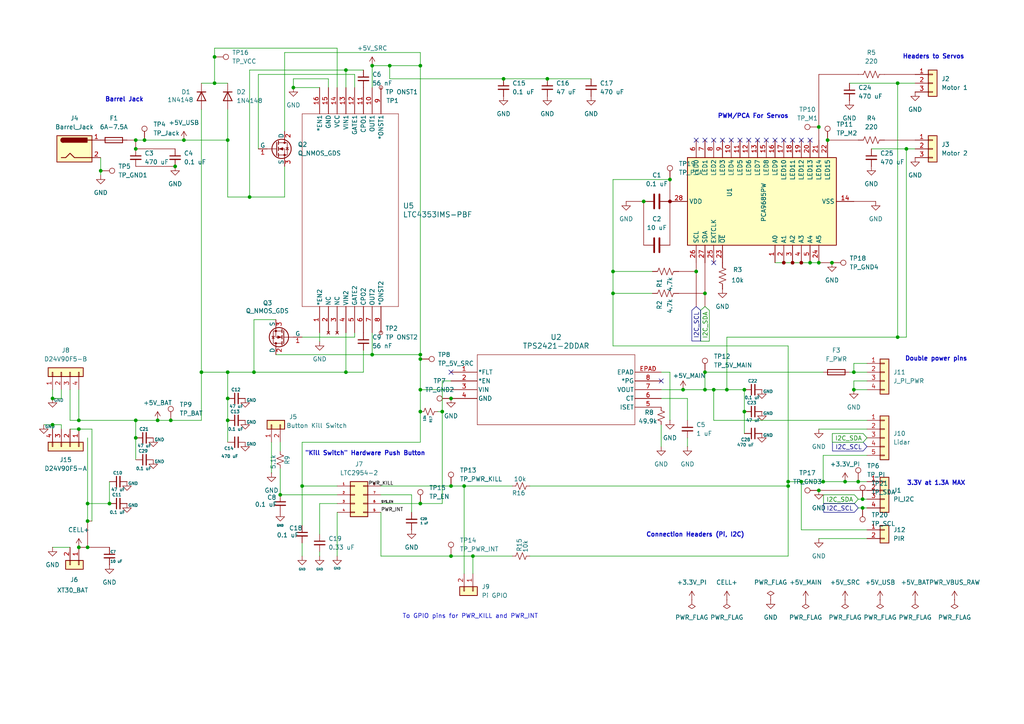
<source format=kicad_sch>
(kicad_sch (version 20250114) (generator "eeschema") (generator_version "9.0")
  (paper "A4")
  (lib_symbols
    (symbol "Connector:Barrel_Jack" (pin_names (offset 1.016))
      (property "Reference" "J" (at 0 5.334 0))
      (property "Value" "Barrel_Jack" (at 0 -5.08 0))
      (symbol "Barrel_Jack_1_1"
        (pin passive line (at 7.62 2.54 180) (length 2.54) (name "~") (number "1"))
        (pin passive line (at 7.62 -2.54 180) (length 2.54) (name "~") (number "2"))
      )
    )
    (symbol "Connector:TestPoint" (pin_numbers (hide yes)) (pin_names (offset 0.762) (hide yes))
      (property "Reference" "TP" (at 0 6.858 0))
      (property "Value" "TestPoint" (at 0 5.08 0))
      (symbol "TestPoint_1_1"
        (pin passive line (at 0 0 90) (length 2.54) (name "1") (number "1"))
      )
    )
    (symbol "Connector:TestPoint_Small" (pin_numbers (hide yes)) (pin_names (offset 0.762) (hide yes))
      (property "Reference" "TP" (at 0 3.81 0))
      (property "Value" "TestPoint_Small" (at 0 2.032 0))
      (symbol "TestPoint_Small_1_1"
        (pin passive line (at 0 0 90) (length 0) (name "1") (number "1"))
      )
    )
    (symbol "Connector_Generic:Conn_01x02" (pin_names (offset 1.016) (hide yes))
      (property "Reference" "J" (at 0 2.54 0))
      (property "Value" "Conn_01x02" (at 0 -5.08 0))
      (symbol "Conn_01x02_1_1"
        (pin passive line (at -5.08 0 0) (length 3.81) (name "Pin_1") (number "1"))
        (pin passive line (at -5.08 -2.54 0) (length 3.81) (name "Pin_2") (number "2"))
      )
    )
    (symbol "Connector_Generic:Conn_01x03" (pin_names (offset 1.016) (hide yes))
      (property "Reference" "J" (at 0 5.08 0))
      (property "Value" "Conn_01x03" (at 0 -5.08 0))
      (symbol "Conn_01x03_1_1"
        (pin passive line (at -5.08 2.54 0) (length 3.81) (name "Pin_1") (number "1"))
        (pin passive line (at -5.08 0 0) (length 3.81) (name "Pin_2") (number "2"))
        (pin passive line (at -5.08 -2.54 0) (length 3.81) (name "Pin_3") (number "3"))
      )
    )
    (symbol "Connector_Generic:Conn_01x04" (pin_names (offset 1.016) (hide yes))
      (property "Reference" "J" (at 0 5.08 0))
      (property "Value" "Conn_01x04" (at 0 -7.62 0))
      (symbol "Conn_01x04_1_1"
        (pin passive line (at -5.08 2.54 0) (length 3.81) (name "Pin_1") (number "1"))
        (pin passive line (at -5.08 0 0) (length 3.81) (name "Pin_2") (number "2"))
        (pin passive line (at -5.08 -2.54 0) (length 3.81) (name "Pin_3") (number "3"))
        (pin passive line (at -5.08 -5.08 0) (length 3.81) (name "Pin_4") (number "4"))
      )
    )
    (symbol "Connector_Generic:Conn_01x05" (pin_names (offset 1.016) (hide yes))
      (property "Reference" "J" (at 0 7.62 0))
      (property "Value" "Conn_01x05" (at 0 -7.62 0))
      (symbol "Conn_01x05_1_1"
        (pin passive line (at -5.08 5.08 0) (length 3.81) (name "Pin_1") (number "1"))
        (pin passive line (at -5.08 2.54 0) (length 3.81) (name "Pin_2") (number "2"))
        (pin passive line (at -5.08 0 0) (length 3.81) (name "Pin_3") (number "3"))
        (pin passive line (at -5.08 -2.54 0) (length 3.81) (name "Pin_4") (number "4"))
        (pin passive line (at -5.08 -5.08 0) (length 3.81) (name "Pin_5") (number "5"))
      )
    )
    (symbol "Connector_Generic:Conn_02x04_Counter_Clockwise" (pin_names (offset 1.016) (hide yes))
      (property "Reference" "J7" (at 1.27 8.89 0))
      (property "Value" "LTC2954" (at 1.27 6.35 0))
      (symbol "Conn_02x04_Counter_Clockwise_1_1"
        (pin passive line (at -5.08 2.54 0) (length 3.81) (name "VIN") (number "1"))
        (pin passive line (at -5.08 0 0) (length 3.81) (name "PB") (number "2"))
        (pin passive line (at -5.08 -2.54 0) (length 3.81) (name "ONT") (number "3"))
        (pin passive line (at -5.08 -5.08 0) (length 3.81) (name "GND") (number "4"))
        (pin passive line (at 7.62 2.54 180) (length 3.81) (name "KILL") (number "8"))
        (pin passive line (at 7.62 0 180) (length 3.81) (name "PDT") (number "7"))
        (pin passive line (at 7.62 -2.54 180) (length 3.81) (name "EN") (number "6"))
        (pin passive line (at 7.62 -5.08 180) (length 3.81) (name "INT") (number "5"))
      )
    )
    (symbol "Device:C" (pin_numbers (hide yes)) (pin_names (offset 0.254))
      (property "Reference" "C" (at 0.635 2.54 0))
      (property "Value" "C" (at 0.635 -2.54 0))
      (symbol "C_1_1"
        (pin passive line (at 0 3.81 270) (length 2.794) (name "~") (number "1"))
        (pin passive line (at 0 -3.81 90) (length 2.794) (name "~") (number "2"))
      )
    )
    (symbol "Device:C_Small" (pin_numbers (hide yes)) (pin_names (offset 0.254) (hide yes))
      (property "Reference" "C" (at 0.254 1.778 0))
      (property "Value" "C_Small" (at 0.254 -2.032 0))
      (symbol "C_Small_1_1"
        (pin passive line (at 0 2.54 270) (length 2.032) (name "~") (number "1"))
        (pin passive line (at 0 -2.54 90) (length 2.032) (name "~") (number "2"))
      )
    )
    (symbol "Device:Fuse" (pin_numbers (hide yes)) (pin_names (offset 0))
      (property "Reference" "F" (at 2.032 0 90))
      (property "Value" "Fuse" (at -1.905 0 90))
      (symbol "Fuse_1_1"
        (pin passive line (at 0 3.81 270) (length 1.27) (name "~") (number "1"))
        (pin passive line (at 0 -3.81 90) (length 1.27) (name "~") (number "2"))
      )
    )
    (symbol "Device:R_Small_US" (pin_numbers (hide yes)) (pin_names (offset 0.254) (hide yes))
      (property "Reference" "R" (at 0.762 0.508 0))
      (property "Value" "R_Small_US" (at 0.762 -1.016 0))
      (symbol "R_Small_US_1_1"
        (pin passive line (at 0 2.54 270) (length 1.016) (name "~") (number "1"))
        (pin passive line (at 0 -2.54 90) (length 1.016) (name "~") (number "2"))
      )
    )
    (symbol "Device:R_US" (pin_numbers (hide yes)) (pin_names (offset 0))
      (property "Reference" "R" (at 2.54 0 90))
      (property "Value" "R_US" (at -2.54 0 90))
      (symbol "R_US_1_1"
        (pin passive line (at 0 3.81 270) (length 1.27) (name "~") (number "1"))
        (pin passive line (at 0 -3.81 90) (length 1.27) (name "~") (number "2"))
      )
    )
    (symbol "Diode:1N4148" (pin_numbers (hide yes)) (pin_names (hide yes))
      (property "Reference" "D" (at 0 2.54 0))
      (property "Value" "1N4148" (at 0 -2.54 0))
      (symbol "1N4148_1_1"
        (pin passive line (at -3.81 0 0) (length 2.54) (name "K") (number "1"))
        (pin passive line (at 3.81 0 180) (length 2.54) (name "A") (number "2"))
      )
    )
    (symbol "Driver_LED:PCA9685PW"
      (property "Reference" "U" (at -12.7 22.225 0))
      (property "Value" "PCA9685PW" (at 1.27 22.225 0))
      (symbol "PCA9685PW_1_1"
        (pin input line (at -17.78 17.78 0) (length 5.08) (name "SCL") (number "26"))
        (pin bidirectional line (at -17.78 15.24 0) (length 5.08) (name "SDA") (number "27"))
        (pin input line (at -17.78 12.7 0) (length 5.08) (name "EXTCLK") (number "25"))
        (pin input line (at -17.78 10.16 0) (length 5.08) (name "~{OE}") (number "23"))
        (pin input line (at -17.78 -5.08 0) (length 5.08) (name "A0") (number "1"))
        (pin input line (at -17.78 -7.62 0) (length 5.08) (name "A1") (number "2"))
        (pin input line (at -17.78 -10.16 0) (length 5.08) (name "A2") (number "3"))
        (pin input line (at -17.78 -12.7 0) (length 5.08) (name "A3") (number "4"))
        (pin input line (at -17.78 -15.24 0) (length 5.08) (name "A4") (number "5"))
        (pin input line (at -17.78 -17.78 0) (length 5.08) (name "A5") (number "24"))
        (pin power_in line (at 0 25.4 270) (length 5.08) (name "VDD") (number "28"))
        (pin power_in line (at 0 -27.94 90) (length 5.08) (name "VSS") (number "14"))
        (pin output line (at 17.78 17.78 180) (length 5.08) (name "LED0") (number "6"))
        (pin output line (at 17.78 15.24 180) (length 5.08) (name "LED1") (number "7"))
        (pin output line (at 17.78 12.7 180) (length 5.08) (name "LED2") (number "8"))
        (pin output line (at 17.78 10.16 180) (length 5.08) (name "LED3") (number "9"))
        (pin output line (at 17.78 7.62 180) (length 5.08) (name "LED4") (number "10"))
        (pin output line (at 17.78 5.08 180) (length 5.08) (name "LED5") (number "11"))
        (pin output line (at 17.78 2.54 180) (length 5.08) (name "LED6") (number "12"))
        (pin output line (at 17.78 0 180) (length 5.08) (name "LED7") (number "13"))
        (pin output line (at 17.78 -2.54 180) (length 5.08) (name "LED8") (number "15"))
        (pin output line (at 17.78 -5.08 180) (length 5.08) (name "LED9") (number "16"))
        (pin output line (at 17.78 -7.62 180) (length 5.08) (name "LED10") (number "17"))
        (pin output line (at 17.78 -10.16 180) (length 5.08) (name "LED11") (number "18"))
        (pin output line (at 17.78 -12.7 180) (length 5.08) (name "LED12") (number "19"))
        (pin output line (at 17.78 -15.24 180) (length 5.08) (name "LED13") (number "20"))
        (pin output line (at 17.78 -17.78 180) (length 5.08) (name "LED14") (number "21"))
        (pin output line (at 17.78 -20.32 180) (length 5.08) (name "LED15") (number "22"))
      )
    )
    (symbol "LTC4353:LTC4353IMS-PBF" (pin_names (offset 0.254))
      (property "Reference" "U" (at 35.56 10.16 0))
      (property "Value" "LTC4353IMS-PBF" (at 35.56 7.62 0))
      (symbol "LTC4353IMS-PBF_0_1"
        (pin input line (at 0 0 0) (length 7.62) (name "*EN2") (number "1"))
        (pin no_connect line (at 0 -2.54 0) (length 7.62) (name "NC") (number "2"))
        (pin no_connect line (at 0 -5.08 0) (length 7.62) (name "NC") (number "3"))
        (pin input line (at 0 -7.62 0) (length 7.62) (name "VIN2") (number "4"))
        (pin output line (at 0 -10.16 0) (length 7.62) (name "GATE2") (number "5"))
        (pin output line (at 0 -12.7 0) (length 7.62) (name "CPO2") (number "6"))
        (pin output line (at 0 -15.24 0) (length 7.62) (name "OUT2") (number "7"))
        (pin output line (at 0 -17.78 0) (length 7.62) (name "*ONST2") (number "8"))
        (pin input line (at 71.12 0 180) (length 7.62) (name "*EN1") (number "16"))
        (pin power_in line (at 71.12 -2.54 180) (length 7.62) (name "GND") (number "15"))
        (pin power_in line (at 71.12 -5.08 180) (length 7.62) (name "VCC") (number "14"))
        (pin input line (at 71.12 -7.62 180) (length 7.62) (name "VIN1") (number "13"))
        (pin output line (at 71.12 -10.16 180) (length 7.62) (name "GATE1") (number "12"))
        (pin output line (at 71.12 -12.7 180) (length 7.62) (name "CPO1") (number "11"))
        (pin output line (at 71.12 -15.24 180) (length 7.62) (name "OUT1") (number "10"))
        (pin output line (at 71.12 -17.78 180) (length 7.62) (name "*ONST1") (number "9"))
      )
    )
    (symbol "Q_NMOS_GDS_1" (pin_names (offset 0))
      (property "Reference" "Q" (at 5.08 1.905 0))
      (property "Value" "Q_NMOS_GDS" (at 5.08 0 0))
      (symbol "Q_NMOS_GDS_1_1_1"
        (pin input line (at -5.08 0 0) (length 2.54) (name "G") (number "1"))
        (pin passive line (at 2.54 5.08 270) (length 2.54) (name "D") (number "2"))
        (pin passive line (at 2.54 -5.08 90) (length 2.54) (name "S") (number "3"))
      )
    )
    (symbol "TPS2421-2:TPS2421-2DDAR" (pin_names (offset 0.254))
      (property "Reference" "U" (at 30.48 10.16 0))
      (property "Value" "TPS2421-2DDAR" (at 30.48 7.62 0))
      (symbol "TPS2421-2DDAR_0_1"
        (pin unspecified line (at 0 0 0) (length 7.62) (name "*FLT") (number "1"))
        (pin unspecified line (at 0 -2.54 0) (length 7.62) (name "*EN") (number "2"))
        (pin unspecified line (at 0 -5.08 0) (length 7.62) (name "VIN") (number "3"))
        (pin power_in line (at 0 -7.62 0) (length 7.62) (name "GND") (number "4"))
        (pin unspecified line (at 60.96 0 180) (length 7.62) (name "EPAD") (number "EPAD"))
        (pin unspecified line (at 60.96 -2.54 180) (length 7.62) (name "*PG") (number "8"))
        (pin output line (at 60.96 -5.08 180) (length 7.62) (name "VOUT") (number "7"))
        (pin unspecified line (at 60.96 -7.62 180) (length 7.62) (name "CT") (number "6"))
        (pin unspecified line (at 60.96 -10.16 180) (length 7.62) (name "ISET") (number "5"))
      )
    )
    (symbol "Transistor_FET:Q_NMOS_GDS" (pin_names (offset 0))
      (property "Reference" "Q" (at 5.08 1.905 0))
      (property "Value" "Q_NMOS_GDS" (at 5.08 0 0))
      (symbol "Q_NMOS_GDS_1_1"
        (pin input line (at -5.08 0 0) (length 2.54) (name "G") (number "1"))
        (pin passive line (at 2.54 5.08 270) (length 2.54) (name "D") (number "2"))
        (pin passive line (at 2.54 -5.08 90) (length 2.54) (name "S") (number "3"))
      )
    )
    (symbol "power:+3.3V" (power) (pin_numbers (hide yes)) (pin_names (offset 0) (hide yes))
      (property "Value" "+3.3V" (at 0 3.556 0))
      (symbol "+3.3V_1_1"
        (pin power_in line (at 0 0 90) (length 0) (name "~") (number "1"))
      )
    )
    (symbol "power:+5V" (power) (pin_numbers (hide yes)) (pin_names (offset 0) (hide yes))
      (property "Value" "+5V" (at 0 3.556 0))
      (symbol "+5V_1_1"
        (pin power_in line (at 0 0 90) (length 0) (name "~") (number "1"))
      )
    )
    (symbol "power:GND" (power) (pin_numbers (hide yes)) (pin_names (offset 0) (hide yes))
      (property "Value" "GND" (at 0 -3.81 0))
      (symbol "GND_1_1"
        (pin power_in line (at 0 0 270) (length 0) (name "~") (number "1"))
      )
    )
    (symbol "power:PWR_FLAG" (power) (pin_numbers (hide yes)) (pin_names (offset 0) (hide yes))
      (property "Value" "PWR_FLAG" (at 0 3.81 0))
      (symbol "PWR_FLAG_0_0"
        (pin power_out line (at 0 0 90) (length 0) (name "~") (number "1"))
      )
    )
  )
  (text "To GPIO pins for PWR_KILL and PWR_INT" (at 136.398 178.816 0) (effects (font (size 1.27 1.27))))
  (text "Headers to Servos" (at 270.764 16.51 0) (effects (font (size 1.27 1.27) (thickness 0.254) (bold yes))))
  (text "Connection Headers (Pi, I2C)" (at 201.676 155.194 0) (effects (font (size 1.27 1.27) (thickness 0.254) (bold yes))))
  (text "\"Kill Switch\" Hardware Push Button" (at 105.918 131.572 0) (effects (font (size 1.27 1.27) (thickness 0.254) (bold yes))))
  (text "3.3V at 1.3A MAX\n" (at 271.526 140.208 0) (effects (font (size 1.27 1.27) (thickness 0.254) (bold yes))))
  (text "Barrel Jack" (at 36.068 28.956 0) (effects (font (size 1.27 1.27) (thickness 0.254) (bold yes))))
  (text "Double power pins\n" (at 271.526 104.14 0) (effects (font (size 1.27 1.27) (thickness 0.254) (bold yes))))
  (text "PWM/PCA For Servos" (at 218.44 33.782 0) (effects (font (size 1.27 1.27) (thickness 0.254) (bold yes))))
  (junction (at 121.92 104.14))
  (junction (at 113.03 19.05))
  (junction (at 247.65 107.95))
  (junction (at 237.49 36.83))
  (junction (at 66.04 40.64))
  (junction (at 15.24 123.19))
  (junction (at 50.8 48.26))
  (junction (at 87.63 140.97))
  (junction (at 228.6 140.97))
  (junction (at 41.91 40.64))
  (junction (at 201.93 78.74))
  (junction (at 107.95 102.87))
  (junction (at 25.4 151.13))
  (junction (at 100.33 107.95))
  (junction (at 22.86 124.46))
  (junction (at 66.04 121.92))
  (junction (at 39.37 121.92))
  (junction (at 62.23 24.13))
  (junction (at 204.47 85.09))
  (junction (at 66.04 107.95))
  (junction (at 240.03 40.64))
  (junction (at 45.72 121.92))
  (junction (at 229.87 76.2) (color 132 0 0 1))
  (junction (at 177.8 85.09))
  (junction (at 228.6 139.7))
  (junction (at 121.92 113.03))
  (junction (at 121.92 19.05))
  (junction (at 85.09 25.4))
  (junction (at 250.19 144.78))
  (junction (at 232.41 76.2) (color 132 0 0 1))
  (junction (at 134.62 140.97))
  (junction (at 260.35 97.79))
  (junction (at 207.01 113.03))
  (junction (at 100.33 20.32))
  (junction (at 245.11 139.7))
  (junction (at 72.39 57.15))
  (junction (at 130.81 140.97))
  (junction (at 121.92 102.87))
  (junction (at 22.86 121.92))
  (junction (at 128.27 119.38))
  (junction (at 49.53 121.92))
  (junction (at 232.41 139.7))
  (junction (at 238.76 139.7))
  (junction (at 250.19 147.32))
  (junction (at 237.49 76.2))
  (junction (at 66.04 115.57))
  (junction (at 204.47 107.95))
  (junction (at 241.3 76.2))
  (junction (at 215.9 113.03))
  (junction (at 25.4 158.75))
  (junction (at 130.81 161.29))
  (junction (at 121.92 146.05))
  (junction (at 194.31 58.42) (color 132 0 0 1))
  (junction (at 262.89 43.18))
  (junction (at 22.86 158.75))
  (junction (at 215.9 119.38))
  (junction (at 234.95 76.2))
  (junction (at 53.34 40.64))
  (junction (at 121.92 119.38))
  (junction (at 210.82 113.03))
  (junction (at 227.33 76.2) (color 132 0 0 1))
  (junction (at 194.31 52.07))
  (junction (at 39.37 40.64))
  (junction (at 158.75 22.86))
  (junction (at 137.16 161.29))
  (junction (at 15.24 115.57))
  (junction (at 62.23 16.51))
  (junction (at 81.28 143.51))
  (junction (at 260.35 24.13))
  (junction (at 198.12 113.03))
  (junction (at 204.47 113.03))
  (junction (at 29.21 49.53))
  (junction (at 31.75 146.05))
  (junction (at 177.8 78.74))
  (junction (at 146.05 22.86))
  (junction (at 39.37 127))
  (junction (at 39.37 43.18))
  (junction (at 107.95 19.05))
  (junction (at 247.65 113.03))
  (junction (at 58.42 107.95))
  (junction (at 237.49 142.24))
  (junction (at 25.4 146.05))
  (junction (at 248.92 139.7))
  (junction (at 130.81 115.57))
  (junction (at 73.66 107.95))
  (junction (at 186.69 58.42))
  (no_connect (at 232.41 40.64))
  (no_connect (at 212.09 40.64))
  (no_connect (at 130.81 107.95))
  (no_connect (at 222.25 40.64))
  (no_connect (at 204.47 40.64))
  (no_connect (at 191.77 110.49))
  (no_connect (at 217.17 40.64))
  (no_connect (at 207.01 76.2))
  (no_connect (at 201.93 40.64))
  (no_connect (at 207.01 40.64))
  (no_connect (at 227.33 40.64))
  (no_connect (at 219.71 40.64))
  (no_connect (at 214.63 40.64))
  (no_connect (at 229.87 40.64))
  (no_connect (at 234.95 40.64))
  (no_connect (at 209.55 40.64))
  (no_connect (at 224.79 40.64))
  (wire (pts (xy 134.62 140.97) (xy 148.59 140.97)))
  (wire (pts (xy 53.34 40.64) (xy 66.04 40.64)))
  (wire (pts (xy 87.63 152.4) (xy 87.63 140.97)))
  (wire (pts (xy 248.92 139.7) (xy 251.46 139.7)))
  (wire (pts (xy 134.62 140.97) (xy 134.62 166.37)))
  (wire (pts (xy 82.55 38.1) (xy 82.55 15.24)))
  (wire (pts (xy 198.12 113.03) (xy 204.47 113.03)))
  (wire (pts (xy 39.37 43.18) (xy 50.8 43.18)) (stroke (width 0) (color 132 0 0 1)))
  (wire (pts (xy 85.09 25.4) (xy 92.71 25.4)))
  (wire (pts (xy 237.49 21.59) (xy 237.49 36.83)) (stroke (width 0) (color 132 0 0 1)))
  (wire (pts (xy 210.82 113.03) (xy 210.82 97.79)))
  (wire (pts (xy 204.47 107.95) (xy 204.47 113.03)))
  (wire (pts (xy 62.23 24.13) (xy 66.04 24.13)))
  (wire (pts (xy 81.28 135.89) (xy 81.28 143.51)))
  (wire (pts (xy 201.93 76.2) (xy 201.93 78.74)) (stroke (width 0) (color 132 0 0 1)))
  (wire (pts (xy 25.4 158.75) (xy 25.4 151.13)) (stroke (width 0) (color 132 0 0 1)))
  (wire (pts (xy 229.87 76.2) (xy 232.41 76.2)))
  (wire (pts (xy 130.81 161.29) (xy 137.16 161.29)))
  (wire (pts (xy 41.91 40.64) (xy 53.34 40.64)))
  (wire (pts (xy 191.77 115.57) (xy 199.39 115.57)))
  (wire (pts (xy 191.77 113.03) (xy 198.12 113.03)))
  (wire (pts (xy 29.21 50.8) (xy 29.21 49.53)))
  (wire (pts (xy 97.79 25.4) (xy 97.79 13.97)))
  (wire (pts (xy 121.92 15.24) (xy 121.92 19.05)))
  (wire (pts (xy 177.8 85.09) (xy 189.23 85.09)))
  (wire (pts (xy 39.37 48.26) (xy 50.8 48.26)) (stroke (width 0) (color 132 0 0 1)))
  (wire (pts (xy 196.85 78.74) (xy 201.93 78.74)) (stroke (width 0) (color 132 0 0 1)))
  (wire (pts (xy 87.63 128.27) (xy 87.63 140.97)))
  (wire (pts (xy 228.6 140.97) (xy 228.6 161.29)))
  (wire (pts (xy 113.03 19.05) (xy 121.92 19.05)))
  (wire (pts (xy 252.73 43.18) (xy 262.89 43.18)))
  (wire (pts (xy 72.39 20.32) (xy 72.39 57.15)))
  (wire (pts (xy 181.61 58.42) (xy 186.69 58.42)) (stroke (width 0) (color 132 0 0 1)))
  (wire (pts (xy 251.46 121.92) (xy 207.01 121.92)))
  (wire (pts (xy 22.86 121.92) (xy 39.37 121.92)))
  (wire (pts (xy 260.35 24.13) (xy 265.43 24.13)))
  (wire (pts (xy 227.33 76.2) (xy 229.87 76.2)))
  (wire (pts (xy 247.65 113.03) (xy 251.46 113.03)))
  (wire (pts (xy 247.65 105.41) (xy 247.65 107.95)))
  (wire (pts (xy 20.32 121.92) (xy 22.86 121.92)))
  (wire (pts (xy 20.32 124.46) (xy 22.86 124.46)))
  (wire (pts (xy 128.27 110.49) (xy 128.27 119.38)))
  (wire (pts (xy 66.04 121.92) (xy 66.04 128.27)))
  (wire (pts (xy 107.95 96.52) (xy 107.95 102.87)))
  (wire (pts (xy 121.92 119.38) (xy 121.92 128.27)))
  (wire (pts (xy 247.65 107.95) (xy 251.46 107.95)))
  (wire (pts (xy 228.6 139.7) (xy 228.6 140.97)))
  (wire (pts (xy 194.31 58.42) (xy 194.31 71.12)) (stroke (width 0) (color 132 0 0 1)))
  (wire (pts (xy 73.66 107.95) (xy 100.33 107.95)))
  (wire (pts (xy 22.86 121.92) (xy 22.86 113.03)))
  (wire (pts (xy 153.67 140.97) (xy 228.6 140.97)))
  (wire (pts (xy 250.19 144.78) (xy 251.46 144.78)))
  (wire (pts (xy 26.67 124.46) (xy 26.67 151.13)))
  (wire (pts (xy 105.41 101.6) (xy 105.41 107.95)))
  (wire (pts (xy 232.41 153.67) (xy 232.41 139.7)))
  (wire (pts (xy 66.04 107.95) (xy 73.66 107.95)))
  (wire (pts (xy 260.35 97.79) (xy 262.89 97.79)))
  (wire (pts (xy 39.37 121.92) (xy 45.72 121.92)))
  (wire (pts (xy 110.49 146.05) (xy 121.92 146.05)))
  (wire (pts (xy 119.38 143.51) (xy 119.38 148.59)))
  (wire (pts (xy 248.92 40.64) (xy 240.03 40.64)) (stroke (width 0) (color 132 0 0 1)))
  (wire (pts (xy 238.76 139.7) (xy 245.11 139.7)))
  (wire (pts (xy 199.39 115.57) (xy 199.39 121.92)))
  (wire (pts (xy 82.55 57.15) (xy 72.39 57.15)))
  (wire (pts (xy 251.46 105.41) (xy 247.65 105.41)))
  (wire (pts (xy 232.41 76.2) (xy 234.95 76.2)))
  (wire (pts (xy 121.92 104.14) (xy 121.92 113.03)))
  (wire (pts (xy 177.8 52.07) (xy 194.31 52.07)))
  (wire (pts (xy 247.65 58.42) (xy 254 58.42)) (stroke (width 0) (color 132 0 0 1)))
  (wire (pts (xy 248.92 21.59) (xy 237.49 21.59)) (stroke (width 0) (color 132 0 0 1)))
  (wire (pts (xy 73.66 92.71) (xy 73.66 107.95)))
  (wire (pts (xy 100.33 96.52) (xy 100.33 107.95)))
  (wire (pts (xy 58.42 24.13) (xy 62.23 24.13)))
  (wire (pts (xy 177.8 78.74) (xy 177.8 52.07)))
  (wire (pts (xy 237.49 142.24) (xy 251.46 142.24)) (stroke (width 0) (color 132 0 0 1)))
  (wire (pts (xy 228.6 139.7) (xy 232.41 139.7)))
  (wire (pts (xy 199.39 129.54) (xy 199.39 127)))
  (wire (pts (xy 31.75 139.7) (xy 31.75 146.05)))
  (wire (pts (xy 204.47 85.09) (xy 204.47 88.9)) (stroke (width 0) (color 132 0 0 1)))
  (wire (pts (xy 207.01 121.92) (xy 207.01 113.03)))
  (wire (pts (xy 66.04 31.75) (xy 66.04 40.64)))
  (wire (pts (xy 107.95 19.05) (xy 113.03 19.05)))
  (wire (pts (xy 17.78 113.03) (xy 17.78 115.57)))
  (wire (pts (xy 49.53 121.92) (xy 58.42 121.92)))
  (wire (pts (xy 62.23 13.97) (xy 62.23 16.51)))
  (wire (pts (xy 207.01 113.03) (xy 210.82 113.03)))
  (wire (pts (xy 153.67 161.29) (xy 228.6 161.29)))
  (wire (pts (xy 80.01 102.87) (xy 107.95 102.87)))
  (wire (pts (xy 78.74 128.27) (xy 78.74 137.16)))
  (wire (pts (xy 256.54 40.64) (xy 265.43 40.64)) (stroke (width 0) (color 132 0 0 1)))
  (wire (pts (xy 201.93 78.74) (xy 201.93 88.9)) (stroke (width 0) (color 132 0 0 1)))
  (wire (pts (xy 62.23 16.51) (xy 62.23 24.13)))
  (wire (pts (xy 92.71 160.02) (xy 92.71 161.29)))
  (wire (pts (xy 134.62 140.97) (xy 130.81 140.97)))
  (wire (pts (xy 204.47 107.95) (xy 238.76 107.95)))
  (wire (pts (xy 15.24 158.75) (xy 20.32 158.75)))
  (wire (pts (xy 25.4 158.75) (xy 31.75 158.75)) (stroke (width 0) (color 132 0 0 1)))
  (wire (pts (xy 128.27 110.49) (xy 130.81 110.49)))
  (wire (pts (xy 95.25 22.86) (xy 95.25 25.4)))
  (wire (pts (xy 177.8 78.74) (xy 189.23 78.74)))
  (wire (pts (xy 194.31 107.95) (xy 194.31 121.92)))
  (wire (pts (xy 247.65 110.49) (xy 251.46 110.49)))
  (wire (pts (xy 246.38 24.13) (xy 260.35 24.13)))
  (wire (pts (xy 102.87 97.79) (xy 102.87 96.52)))
  (wire (pts (xy 15.24 123.19) (xy 12.7 123.19)))
  (wire (pts (xy 130.81 140.97) (xy 110.49 140.97)))
  (wire (pts (xy 110.49 161.29) (xy 130.81 161.29)))
  (wire (pts (xy 39.37 121.92) (xy 39.37 127)))
  (wire (pts (xy 215.9 113.03) (xy 215.9 119.38)))
  (wire (pts (xy 87.63 161.29) (xy 87.63 157.48)))
  (wire (pts (xy 39.37 40.64) (xy 39.37 43.18)) (stroke (width 0) (color 132 0 0 1)))
  (wire (pts (xy 228.6 100.33) (xy 177.8 100.33)))
  (wire (pts (xy 251.46 132.08) (xy 238.76 132.08)))
  (wire (pts (xy 100.33 20.32) (xy 105.41 20.32)))
  (wire (pts (xy 105.41 107.95) (xy 100.33 107.95)))
  (wire (pts (xy 110.49 148.59) (xy 110.49 161.29)))
  (wire (pts (xy 237.49 156.21) (xy 251.46 156.21)))
  (wire (pts (xy 256.54 21.59) (xy 265.43 21.59)) (stroke (width 0) (color 132 0 0 1)))
  (wire (pts (xy 45.72 121.92) (xy 49.53 121.92)))
  (wire (pts (xy 121.92 128.27) (xy 87.63 128.27)))
  (wire (pts (xy 95.25 22.86) (xy 85.09 22.86)))
  (wire (pts (xy 234.95 76.2) (xy 237.49 76.2)))
  (wire (pts (xy 17.78 115.57) (xy 15.24 115.57)))
  (wire (pts (xy 80.01 92.71) (xy 73.66 92.71)))
  (wire (pts (xy 36.83 40.64) (xy 39.37 40.64)) (stroke (width 0) (color 132 0 0 1)))
  (wire (pts (xy 15.24 123.19) (xy 15.24 124.46)))
  (wire (pts (xy 232.41 139.7) (xy 238.76 139.7)))
  (wire (pts (xy 215.9 119.38) (xy 215.9 125.73)))
  (wire (pts (xy 247.65 113.03) (xy 247.65 110.49)))
  (wire (pts (xy 194.31 52.07) (xy 194.31 58.42)) (stroke (width 0) (color 132 0 0 1)))
  (wire (pts (xy 25.4 127) (xy 25.4 146.05)))
  (wire (pts (xy 228.6 139.7) (xy 228.6 100.33)))
  (wire (pts (xy 25.4 146.05) (xy 25.4 151.13)))
  (wire (pts (xy 107.95 102.87) (xy 121.92 102.87)))
  (wire (pts (xy 102.87 21.59) (xy 102.87 25.4)))
  (wire (pts (xy 237.49 76.2) (xy 241.3 76.2)) (stroke (width 0) (color 132 0 0 1)))
  (wire (pts (xy 210.82 113.03) (xy 215.9 113.03)))
  (wire (pts (xy 196.85 85.09) (xy 204.47 85.09)) (stroke (width 0) (color 132 0 0 1)))
  (wire (pts (xy 39.37 127) (xy 39.37 133.35)))
  (wire (pts (xy 246.38 107.95) (xy 247.65 107.95)))
  (wire (pts (xy 85.09 22.86) (xy 85.09 25.4)))
  (wire (pts (xy 237.49 124.46) (xy 251.46 124.46)))
  (wire (pts (xy 245.11 139.7) (xy 248.92 139.7)))
  (wire (pts (xy 92.71 146.05) (xy 92.71 154.94)))
  (wire (pts (xy 58.42 107.95) (xy 66.04 107.95)))
  (wire (pts (xy 146.05 22.86) (xy 158.75 22.86)))
  (wire (pts (xy 66.04 115.57) (xy 66.04 121.92)))
  (wire (pts (xy 248.92 144.78) (xy 250.19 144.78)))
  (wire (pts (xy 177.8 100.33) (xy 177.8 85.09)))
  (wire (pts (xy 81.28 143.51) (xy 97.79 143.51)))
  (wire (pts (xy 158.75 22.86) (xy 171.45 22.86)))
  (wire (pts (xy 262.89 97.79) (xy 262.89 43.18)))
  (wire (pts (xy 186.69 58.42) (xy 186.69 71.12)) (stroke (width 0) (color 132 0 0 1)))
  (wire (pts (xy 146.05 22.86) (xy 113.03 22.86)))
  (wire (pts (xy 39.37 40.64) (xy 41.91 40.64)))
  (wire (pts (xy 248.92 147.32) (xy 250.19 147.32)))
  (wire (pts (xy 110.49 143.51) (xy 119.38 143.51)))
  (wire (pts (xy 177.8 85.09) (xy 177.8 78.74)))
  (wire (pts (xy 224.79 76.2) (xy 227.33 76.2)))
  (wire (pts (xy 20.32 113.03) (xy 20.32 121.92)))
  (wire (pts (xy 66.04 40.64) (xy 66.04 57.15)))
  (wire (pts (xy 92.71 146.05) (xy 97.79 146.05)))
  (wire (pts (xy 62.23 13.97) (xy 97.79 13.97)))
  (wire (pts (xy 22.86 124.46) (xy 26.67 124.46)))
  (wire (pts (xy 121.92 19.05) (xy 121.92 102.87)))
  (wire (pts (xy 17.78 124.46) (xy 17.78 123.19)))
  (wire (pts (xy 66.04 107.95) (xy 66.04 115.57)))
  (wire (pts (xy 15.24 113.03) (xy 15.24 115.57)))
  (wire (pts (xy 128.27 119.38) (xy 128.27 146.05)))
  (wire (pts (xy 25.4 146.05) (xy 31.75 146.05)))
  (wire (pts (xy 87.63 97.79) (xy 102.87 97.79)))
  (wire (pts (xy 66.04 57.15) (xy 72.39 57.15)))
  (wire (pts (xy 121.92 113.03) (xy 130.81 113.03)))
  (wire (pts (xy 210.82 97.79) (xy 260.35 97.79)))
  (wire (pts (xy 100.33 20.32) (xy 72.39 20.32)))
  (wire (pts (xy 137.16 161.29) (xy 137.16 166.37)))
  (wire (pts (xy 113.03 22.86) (xy 113.03 19.05)))
  (wire (pts (xy 58.42 121.92) (xy 58.42 107.95)))
  (wire (pts (xy 82.55 48.26) (xy 82.55 57.15)))
  (wire (pts (xy 25.4 151.13) (xy 26.67 151.13)) (stroke (width 0) (color 132 0 0 1)))
  (wire (pts (xy 29.21 49.53) (xy 29.21 45.72)))
  (wire (pts (xy 262.89 43.18) (xy 265.43 43.18)))
  (wire (pts (xy 137.16 161.29) (xy 148.59 161.29)))
  (wire (pts (xy 17.78 123.19) (xy 15.24 123.19)))
  (wire (pts (xy 100.33 25.4) (xy 100.33 20.32)))
  (wire (pts (xy 74.93 43.18) (xy 74.93 21.59)))
  (wire (pts (xy 127 119.38) (xy 128.27 119.38)))
  (wire (pts (xy 204.47 76.2) (xy 204.47 85.09)) (stroke (width 0) (color 132 0 0 1)))
  (wire (pts (xy 74.93 21.59) (xy 102.87 21.59)))
  (wire (pts (xy 87.63 140.97) (xy 97.79 140.97)))
  (wire (pts (xy 191.77 107.95) (xy 194.31 107.95)))
  (wire (pts (xy 81.28 128.27) (xy 81.28 130.81)))
  (wire (pts (xy 107.95 25.4) (xy 107.95 19.05)))
  (wire (pts (xy 82.55 15.24) (xy 121.92 15.24)))
  (wire (pts (xy 191.77 123.19) (xy 191.77 129.54)))
  (wire (pts (xy 121.92 146.05) (xy 128.27 146.05)))
  (wire (pts (xy 121.92 113.03) (xy 121.92 119.38)))
  (wire (pts (xy 238.76 132.08) (xy 238.76 139.7)))
  (wire (pts (xy 121.92 102.87) (xy 121.92 104.14)))
  (wire (pts (xy 250.19 147.32) (xy 251.46 147.32)))
  (wire (pts (xy 260.35 24.13) (xy 260.35 97.79)))
  (wire (pts (xy 92.71 96.52) (xy 92.71 99.06)))
  (wire (pts (xy 97.79 161.29) (xy 97.79 148.59)))
  (wire (pts (xy 251.46 153.67) (xy 232.41 153.67)))
  (wire (pts (xy 204.47 113.03) (xy 207.01 113.03)))
  (wire (pts (xy 58.42 31.75) (xy 58.42 107.95)))
  (wire (pts (xy 25.4 158.75) (xy 22.86 158.75)) (stroke (width 0) (color 132 0 0 1)))
  (wire (pts (xy 237.49 36.83) (xy 237.49 40.64)) (stroke (width 0) (color 132 0 0 1)))
  (label "PWR_INT" (at 110.49 148.59 0) (effects (font (size 1.016 1.016))))
  (label "SYS_EN" (at 110.49 146.05 0) (effects (font (size 0.635 0.635))))
  (label "PWR_KILL" (at 110.49 140.97 0) (effects (font (size 1.016 1.016))))
  (global_label "I2C_SCL" (shape input) (at 251.46 129.54 180) (property "Intersheetrefs" "${INTERSHEET_REFS}" (effects (hide yes))))
  (global_label "I2C_SCL" (shape input) (at 248.92 147.32 180) (property "Intersheetrefs" "${INTERSHEET_REFS}" (effects (hide yes))))
  (global_label "I2C_SDA" (shape input) (at 251.46 127 180) (property "Intersheetrefs" "${INTERSHEET_REFS}" (effects (hide yes))))
  (global_label "I2C_SDA" (shape input) (at 248.92 144.78 180) (property "Intersheetrefs" "${INTERSHEET_REFS}" (effects (hide yes))))
  (global_label "I2C_SDA" (shape input) (at 204.47 88.9 270) (property "Intersheetrefs" "${INTERSHEET_REFS}" (effects (hide yes))))
  (global_label "I2C_SCL" (shape input) (at 201.93 88.9 270) (property "Intersheetrefs" "${INTERSHEET_REFS}" (effects (hide yes))))
  (symbol (lib_id "TPS2421-2:TPS2421-2DDAR") (at 130.81 107.95 0) (unit 1)
    (property "Reference" "U2" (at 161.29 97.79 0) (effects (font (size 1.524 1.524))))
    (property "Value" "TPS2421-2DDAR" (at 161.29 100.33 0) (effects (font (size 1.524 1.524))))
    (property "Footprint" "Package_SO:SOIC-8-1EP_3.9x4.9mm_P1.27mm_EP2.29x3mm_ThermalVias" (effects (hide yes)))
    (property "Datasheet" "https://www.ti.com/lit/gpn/tps2421-2" (effects (hide yes)))
  )
  (symbol (lib_id "power:GND") (at 252.73 48.26 0) (unit 1)
    (property "Reference" "#PWR015" (effects (hide yes)))
    (property "Value" "GND" (at 252.73 53.34 0))
    (property "Description" "Power symbol creates a global label with name \"GND\" , ground" (effects (hide yes)))
  )
  (symbol (lib_id "power:+5V") (at 107.95 19.05 0) (unit 1)
    (property "Reference" "#PWR028" (effects (hide yes)))
    (property "Value" "+5V_SRC" (at 107.95 13.97 0))
    (property "Description" "Power symbol creates a global label with name \"+5V\"" (effects (hide yes)))
  )
  (symbol (lib_id "Device:C_Small") (at 218.44 119.38 90) (unit 1)
    (property "Reference" "C23" (at 216.662 116.84 90) (effects (font (size 0.889 0.889)) (justify right)))
    (property "Value" "47 uF" (at 220.472 121.92 90) (effects (font (size 0.889 0.889)) (justify left)))
    (property "Footprint" "Capacitor_SMD:C_1206_3216Metric" (effects (hide yes)))
    (property "Description" "Unpolarized capacitor, small symbol" (effects (hide yes)))
  )
  (symbol (lib_id "power:GND") (at 12.7 123.19 0) (unit 1)
    (property "Reference" "#PWR08" (effects (hide yes)))
    (property "Value" "GND" (at 14.478 123.698 0) (effects (font (size 0.889 0.889))))
    (property "Description" "Power symbol creates a global label with name \"GND\" , ground" (effects (hide yes)))
  )
  (symbol (lib_id "Device:Fuse") (at 242.57 107.95 90) (unit 1)
    (property "Reference" "F3" (at 242.57 101.6 90))
    (property "Value" "F_PWR" (at 242.57 104.14 90))
    (property "Footprint" "Fuse:Fuse_2920_7451Metric_Pad2.10x5.45mm_HandSolder" (effects (hide yes)))
    (property "Description" "Fuse" (effects (hide yes)))
  )
  (symbol (lib_id "Connector:TestPoint") (at 121.92 146.05 0) (unit 1)
    (property "Reference" "TP15" (at 124.46 141.4779 0) (effects (justify left)))
    (property "Value" "TP_EN" (at 124.46 144.0179 0) (effects (justify left)))
    (property "Footprint" "TestPoint:TestPoint_Pad_D1.5mm" (effects (hide yes)))
    (property "Description" "test point" (effects (hide yes)))
  )
  (symbol (lib_id "Device:R_US") (at 252.73 21.59 90) (unit 1)
    (property "Reference" "R5" (at 252.73 15.24 90))
    (property "Value" "220" (at 252.73 17.78 90))
    (property "Footprint" "Resistor_SMD:R_0805_2012Metric" (effects (hide yes)))
    (property "Description" "Resistor, US symbol" (effects (hide yes)))
  )
  (symbol (lib_id "power:+5V") (at 53.34 40.64 0) (unit 1)
    (property "Reference" "#PWR01" (effects (hide yes)))
    (property "Value" "+5V_USB" (at 53.34 35.56 0))
    (property "Description" "Power symbol creates a global label with name \"+5V\"" (effects (hide yes)))
  )
  (symbol (lib_id "power:GND") (at 265.43 45.72 0) (unit 1)
    (property "Reference" "#PWR016" (effects (hide yes)))
    (property "Value" "GND" (at 265.43 50.8 0))
    (property "Description" "Power symbol creates a global label with name \"GND\" , ground" (effects (hide yes)))
  )
  (symbol (lib_id "power:GND") (at 199.39 129.54 0) (unit 1)
    (property "Reference" "#PWR027" (effects (hide yes)))
    (property "Value" "GND" (at 199.39 134.62 0))
    (property "Description" "Power symbol creates a global label with name \"GND\" , ground" (effects (hide yes)))
  )
  (symbol (lib_id "power:GND") (at 130.81 115.57 0) (unit 1)
    (property "Reference" "#PWR024" (effects (hide yes)))
    (property "Value" "GND" (at 130.81 120.65 0))
    (property "Description" "Power symbol creates a global label with name \"GND\" , ground" (effects (hide yes)))
  )
  (symbol (lib_id "Diode:1N4148") (at 58.42 27.94 270) (unit 1)
    (property "Reference" "D1" (at 52.578 26.67 90) (effects (justify left)))
    (property "Value" "1N4148" (at 48.514 28.956 90) (effects (justify left)))
    (property "Footprint" "Diode_THT:D_DO-35_SOD27_P7.62mm_Horizontal" (effects (hide yes)))
    (property "Datasheet" "https://assets.nexperia.com/documents/data-sheet/1N4148_1N4448.pdf" (effects (hide yes)))
    (property "Description" "100V 0.15A standard switching diode, DO-35" (effects (hide yes)))
    (property "Sim.Device" "D" (effects (hide yes)))
    (property "Sim.Pins" "1=K 2=A" (effects (hide yes)))
  )
  (symbol (lib_id "Diode:1N4148") (at 66.04 27.94 270) (unit 1)
    (property "Reference" "D2" (at 68.58 26.6699 90) (effects (justify left)))
    (property "Value" "1N4148" (at 68.58 29.2099 90) (effects (justify left)))
    (property "Footprint" "Diode_THT:D_DO-35_SOD27_P7.62mm_Horizontal" (effects (hide yes)))
    (property "Datasheet" "https://assets.nexperia.com/documents/data-sheet/1N4148_1N4448.pdf" (effects (hide yes)))
    (property "Description" "100V 0.15A standard switching diode, DO-35" (effects (hide yes)))
    (property "Sim.Device" "D" (effects (hide yes)))
    (property "Sim.Pins" "1=K 2=A" (effects (hide yes)))
  )
  (symbol (lib_id "power:GND") (at 146.05 27.94 0) (unit 1)
    (property "Reference" "#PWR037" (effects (hide yes)))
    (property "Value" "GND" (at 146.05 33.02 0))
    (property "Description" "Power symbol creates a global label with name \"GND\" , ground" (effects (hide yes)))
  )
  (symbol (lib_id "Device:C") (at 190.5 58.42 90) (unit 1)
    (property "Reference" "C1" (at 190.5 50.8 90))
    (property "Value" "0.1 uF" (at 190.5 53.34 90))
    (property "Footprint" "Capacitor_SMD:C_0805_2012Metric" (effects (hide yes)))
    (property "Description" "Unpolarized capacitor" (effects (hide yes)))
  )
  (symbol (lib_id "power:GND") (at 237.49 156.21 0) (unit 1)
    (property "Reference" "#PWR053" (effects (hide yes)))
    (property "Value" "GND" (at 237.49 161.29 0))
    (property "Description" "Power symbol creates a global label with name \"GND\" , ground" (effects (hide yes)))
  )
  (symbol (lib_id "Device:C_Small") (at 218.44 113.03 90) (unit 1)
    (property "Reference" "C22" (at 216.916 110.49 90) (effects (font (size 0.889 0.889)) (justify right)))
    (property "Value" "0.1 uF" (at 220.472 115.316 90) (effects (font (size 0.889 0.889)) (justify left)))
    (property "Footprint" "Capacitor_SMD:C_0805_2012Metric" (effects (hide yes)))
    (property "Description" "Unpolarized capacitor, small symbol" (effects (hide yes)))
  )
  (symbol (lib_id "Transistor_FET:Q_NMOS_GDS") (at 82.55 97.79 180) (unit 1)
    (property "Reference" "Q3" (at 78.994 87.884 0) (effects (justify left)))
    (property "Value" "Q_NMOS_GDS" (at 83.82 90.17 0) (effects (justify left)))
    (property "Footprint" "Package_SO:PowerPAK_SO-8L_Single" (effects (hide yes)))
    (property "Description" "N-MOSFET transistor, gate/drain/source" (effects (hide yes)))
  )
  (symbol (lib_id "power:GND") (at 223.52 173.99 0) (unit 1)
    (property "Reference" "#PWR03" (effects (hide yes)))
    (property "Value" "GND" (at 223.52 179.07 0))
    (property "Description" "Power symbol creates a global label with name \"GND\" , ground" (effects (hide yes)))
  )
  (symbol (lib_id "power:GND") (at 254 58.42 0) (unit 1)
    (property "Reference" "#PWR05" (effects (hide yes)))
    (property "Value" "GND" (at 254 63.5 0))
    (property "Description" "Power symbol creates a global label with name \"GND\" , ground" (effects (hide yes)))
  )
  (symbol (lib_id "Device:C_Small") (at 158.75 25.4 0) (unit 1)
    (property "Reference" "C16" (at 161.29 24.1362 0) (effects (justify left)))
    (property "Value" "47 uF" (at 161.29 26.6762 0) (effects (justify left)))
    (property "Footprint" "Capacitor_SMD:C_1206_3216Metric" (effects (hide yes)))
    (property "Description" "Unpolarized capacitor, small symbol" (effects (hide yes)))
  )
  (symbol (lib_id "power:GND") (at 44.45 133.35 0) (unit 1)
    (property "Reference" "#PWR052" (effects (hide yes)))
    (property "Value" "GND" (at 46.228 133.858 0) (effects (font (size 0.889 0.889))))
    (property "Description" "Power symbol creates a global label with name \"GND\" , ground" (effects (hide yes)))
  )
  (symbol (lib_id "power:PWR_FLAG") (at 276.86 173.99 180) (unit 1)
    (property "Reference" "#FLG07" (effects (hide yes)))
    (property "Value" "PWR_FLAG" (at 276.86 179.07 0))
    (property "Description" "Special symbol for telling ERC where power comes from" (effects (hide yes)))
  )
  (symbol (lib_id "power:GND") (at 171.45 27.94 0) (unit 1)
    (property "Reference" "#PWR039" (effects (hide yes)))
    (property "Value" "GND" (at 171.45 33.02 0))
    (property "Description" "Power symbol creates a global label with name \"GND\" , ground" (effects (hide yes)))
  )
  (symbol (lib_id "Device:C_Small") (at 39.37 45.72 0) (unit 1)
    (property "Reference" "C3" (at 41.91 44.4562 0) (effects (justify left)))
    (property "Value" "470 uF" (at 41.91 46.9962 0) (effects (justify left)))
    (property "Footprint" "Capacitor_THT:CP_Radial_D10.0mm_P5.00mm" (effects (hide yes)))
    (property "Description" "Unpolarized capacitor, small symbol" (effects (hide yes)))
  )
  (symbol (lib_id "power:+5V") (at 255.27 173.99 0) (unit 1)
    (property "Reference" "#PWR058" (effects (hide yes)))
    (property "Value" "+5V_USB" (at 255.27 168.91 0))
    (property "Description" "Power symbol creates a global label with name \"+5V\"" (effects (hide yes)))
  )
  (symbol (lib_id "power:PWR_FLAG") (at 265.43 173.99 180) (unit 1)
    (property "Reference" "#FLG01" (effects (hide yes)))
    (property "Value" "PWR_FLAG" (at 265.43 179.07 0))
    (property "Description" "Special symbol for telling ERC where power comes from" (effects (hide yes)))
  )
  (symbol (lib_id "Device:C_Small") (at 41.91 133.35 90) (unit 1)
    (property "Reference" "C29" (at 40.132 130.81 90) (effects (font (size 0.889 0.889)) (justify right)))
    (property "Value" "0.1 uF" (at 43.942 135.89 90) (effects (font (size 0.889 0.889)) (justify left)))
    (property "Footprint" "Capacitor_SMD:C_0805_2012Metric" (effects (hide yes)))
    (property "Description" "Unpolarized capacitor, small symbol" (effects (hide yes)))
  )
  (symbol (lib_id "Connector:TestPoint") (at 41.91 40.64 0) (unit 1)
    (property "Reference" "TP4" (at 44.45 36.0679 0) (effects (justify left)))
    (property "Value" "TP_Jack" (at 44.45 38.6079 0) (effects (justify left)))
    (property "Footprint" "TestPoint:TestPoint_THTPad_D2.0mm_Drill1.0mm" (effects (hide yes)))
    (property "Description" "test point" (effects (hide yes)))
  )
  (symbol (lib_id "Connector_Generic:Conn_01x05") (at 256.54 127 0) (unit 1)
    (property "Reference" "J10" (at 259.08 125.7299 0) (effects (justify left)))
    (property "Value" "Lidar" (at 259.08 128.2699 0) (effects (justify left)))
    (property "Footprint" "Connector_PinSocket_1.27mm:PinSocket_1x05_P1.27mm_Vertical" (effects (hide yes)))
    (property "Description" "Generic connector, single row, 01x05, script generated (kicad-library-utils/schlib/autogen/connector/)" (effects (hide yes)))
  )
  (symbol (lib_id "power:GND") (at 220.98 125.73 0) (unit 1)
    (property "Reference" "#PWR046" (effects (hide yes)))
    (property "Value" "GND" (at 222.758 126.238 0) (effects (font (size 0.889 0.889))))
    (property "Description" "Power symbol creates a global label with name \"GND\" , ground" (effects (hide yes)))
  )
  (symbol (lib_id "Connector:TestPoint") (at 248.92 139.7 0) (unit 1)
    (property "Reference" "TP6" (at 251.46 135.1279 0) (effects (justify left)))
    (property "Value" "TP_PI" (at 251.46 137.6679 0) (effects (justify left)))
    (property "Footprint" "TestPoint:TestPoint_THTPad_D2.0mm_Drill1.0mm" (effects (hide yes)))
    (property "Description" "test point" (effects (hide yes)))
  )
  (symbol (lib_id "power:+3.3V") (at 200.66 173.99 0) (unit 1)
    (property "Reference" "#PWR049" (effects (hide yes)))
    (property "Value" "+3.3V_PI" (at 200.66 168.91 0))
    (property "Description" "Power symbol creates a global label with name \"+3.3V\"" (effects (hide yes)))
  )
  (symbol (lib_id "Device:C_Small") (at 119.38 151.13 180) (unit 1)
    (property "Reference" "C20" (at 121.92 150.4886 0) (effects (font (size 0.635 0.635)) (justify right)))
    (property "Value" "1 uF" (at 121.92 151.7586 0) (effects (font (size 0.635 0.635)) (justify right)))
    (property "Footprint" "Capacitor_SMD:C_0805_2012Metric" (effects (hide yes)))
    (property "Description" "Unpolarized capacitor, small symbol" (effects (hide yes)))
  )
  (symbol (lib_id "Connector:TestPoint") (at 194.31 52.07 0) (unit 1)
    (property "Reference" "TP19" (at 196.85 47.4979 0) (effects (justify left)))
    (property "Value" "TP_PCA" (at 196.85 50.0379 0) (effects (justify left)))
    (property "Footprint" "TestPoint:TestPoint_THTPad_D2.0mm_Drill1.0mm" (effects (hide yes)))
    (property "Description" "test point" (effects (hide yes)))
  )
  (symbol (lib_id "power:GND") (at 36.83 146.05 0) (unit 1)
    (property "Reference" "#PWR043" (effects (hide yes)))
    (property "Value" "GND" (at 38.608 146.558 0) (effects (font (size 0.889 0.889))))
    (property "Description" "Power symbol creates a global label with name \"GND\" , ground" (effects (hide yes)))
  )
  (symbol (lib_id "power:GND") (at 97.79 161.29 0) (unit 1)
    (property "Reference" "#PWR041" (effects (hide yes)))
    (property "Value" "GND" (at 97.79 164.846 0) (effects (font (size 0.635 0.635))))
    (property "Description" "Power symbol creates a global label with name \"GND\" , ground" (effects (hide yes)))
  )
  (symbol (lib_id "Device:C_Small") (at 68.58 121.92 90) (unit 1)
    (property "Reference" "C13" (at 66.802 119.38 90) (effects (font (size 0.889 0.889)) (justify right)))
    (property "Value" "0.1 uF" (at 70.612 124.46 90) (effects (font (size 0.889 0.889)) (justify left)))
    (property "Footprint" "Capacitor_SMD:C_0805_2012Metric" (effects (hide yes)))
    (property "Description" "Unpolarized capacitor, small symbol" (effects (hide yes)))
  )
  (symbol (lib_id "power:GND") (at 15.24 115.57 0) (unit 1)
    (property "Reference" "#PWR017" (effects (hide yes)))
    (property "Value" "GND" (at 17.018 116.078 0) (effects (font (size 0.889 0.889))))
    (property "Description" "Power symbol creates a global label with name \"GND\" , ground" (effects (hide yes)))
  )
  (symbol (lib_id "Device:R_Small_US") (at 81.28 133.35 0) (unit 1)
    (property "Reference" "R9" (at 83.312 132.08 90) (effects (justify right)))
    (property "Value" "5.1k" (at 79.248 131.826 90) (effects (justify right)))
    (property "Footprint" "Resistor_SMD:R_0805_2012Metric" (effects (hide yes)))
    (property "Description" "Resistor, small US symbol" (effects (hide yes)))
  )
  (symbol (lib_id "power:GND") (at 220.98 113.03 0) (unit 1)
    (property "Reference" "#PWR044" (effects (hide yes)))
    (property "Value" "GND" (at 222.758 113.538 0) (effects (font (size 0.889 0.889))))
    (property "Description" "Power symbol creates a global label with name \"GND\" , ground" (effects (hide yes)))
  )
  (symbol (lib_id "Connector:TestPoint") (at 237.49 36.83 90) (unit 1)
    (property "Reference" "TP10" (at 234.188 31.75 90))
    (property "Value" "TP_M1" (at 234.188 34.29 90))
    (property "Footprint" "TestPoint:TestPoint_THTPad_D2.0mm_Drill1.0mm" (effects (hide yes)))
    (property "Description" "test point" (effects (hide yes)))
  )
  (symbol (lib_id "Device:C_Small") (at 50.8 45.72 0) (unit 1)
    (property "Reference" "C4" (at 53.34 44.4562 0) (effects (justify left)))
    (property "Value" "0.1 uF" (at 53.34 46.9962 0) (effects (justify left)))
    (property "Footprint" "Capacitor_SMD:C_0805_2012Metric" (effects (hide yes)))
    (property "Description" "Unpolarized capacitor, small symbol" (effects (hide yes)))
  )
  (symbol (lib_id "Device:C_Small") (at 34.29 139.7 90) (unit 1)
    (property "Reference" "C10" (at 32.766 137.16 90) (effects (font (size 0.889 0.889)) (justify right)))
    (property "Value" "47 uF" (at 36.322 141.986 90) (effects (font (size 0.889 0.889)) (justify left)))
    (property "Footprint" "Capacitor_SMD:C_1206_3216Metric" (effects (hide yes)))
    (property "Description" "Unpolarized capacitor, small symbol" (effects (hide yes)))
  )
  (symbol (lib_id "Connector:TestPoint") (at 62.23 16.51 270) (unit 1)
    (property "Reference" "TP16" (at 67.31 15.2399 90) (effects (justify left)))
    (property "Value" "TP_VCC" (at 67.31 17.7799 90) (effects (justify left)))
    (property "Footprint" "TestPoint:TestPoint_THTPad_D2.0mm_Drill1.0mm" (effects (hide yes)))
    (property "Description" "test point" (effects (hide yes)))
  )
  (symbol (lib_id "Device:C_Small") (at 68.58 128.27 90) (unit 1)
    (property "Reference" "C14" (at 65.024 130.048 90) (effects (font (size 0.889 0.889)) (justify right)))
    (property "Value" "470 uF" (at 69.088 132.334 90) (effects (font (size 0.889 0.889)) (justify left)))
    (property "Footprint" "Capacitor_THT:CP_Radial_D10.0mm_P5.00mm" (effects (hide yes)))
    (property "Description" "Unpolarized capacitor, small symbol" (effects (hide yes)))
  )
  (symbol (lib_id "Connector_Generic:Conn_01x03") (at 270.51 43.18 0) (unit 1)
    (property "Reference" "J3" (at 273.05 41.9099 0) (effects (justify left)))
    (property "Value" "Motor 2" (at 273.05 44.4499 0) (effects (justify left)))
    (property "Footprint" "Connector_PinSocket_2.54mm:PinSocket_1x03_P2.54mm_Vertical" (effects (hide yes)))
    (property "Description" "Generic connector, single row, 01x03, script generated (kicad-library-utils/schlib/autogen/connector/)" (effects (hide yes)))
  )
  (symbol (lib_id "power:+5V") (at 45.72 121.92 0) (unit 1)
    (property "Reference" "#PWR09" (effects (hide yes)))
    (property "Value" "+5V_BAT" (at 45.72 116.84 0))
    (property "Description" "Power symbol creates a global label with name \"+5V\"" (effects (hide yes)))
  )
  (symbol (lib_id "power:GND") (at 209.55 83.82 0) (unit 1)
    (property "Reference" "#PWR07" (effects (hide yes)))
    (property "Value" "GND" (at 209.55 88.9 0))
    (property "Description" "Power symbol creates a global label with name \"GND\" , ground" (effects (hide yes)))
  )
  (symbol (lib_id "power:GND") (at 247.65 113.03 0) (unit 1)
    (property "Reference" "#PWR036" (effects (hide yes)))
    (property "Value" "GND" (at 247.65 118.11 0))
    (property "Description" "Power symbol creates a global label with name \"GND\" , ground" (effects (hide yes)))
  )
  (symbol (lib_id "Connector:TestPoint") (at 250.19 144.78 0) (unit 1)
    (property "Reference" "TP21" (at 252.73 140.2079 0) (effects (justify left)))
    (property "Value" "TP_SDA" (at 252.73 142.7479 0) (effects (justify left)))
    (property "Footprint" "TestPoint:TestPoint_Pad_D1.5mm" (effects (hide yes)))
    (property "Description" "test point" (effects (hide yes)))
  )
  (symbol (lib_id "Device:C_Small") (at 34.29 146.05 90) (unit 1)
    (property "Reference" "C11" (at 32.512 143.51 90) (effects (font (size 0.889 0.889)) (justify right)))
    (property "Value" "0.1 uF" (at 36.322 148.59 90) (effects (font (size 0.889 0.889)) (justify left)))
    (property "Footprint" "Capacitor_SMD:C_0805_2012Metric" (effects (hide yes)))
    (property "Description" "Unpolarized capacitor, small symbol" (effects (hide yes)))
  )
  (symbol (lib_id "power:GND") (at 194.31 121.92 0) (unit 1)
    (property "Reference" "#PWR025" (effects (hide yes)))
    (property "Value" "GND" (at 194.31 127 0))
    (property "Description" "Power symbol creates a global label with name \"GND\" , ground" (effects (hide yes)))
  )
  (symbol (lib_id "power:+5V") (at 276.86 173.99 0) (unit 1)
    (property "Reference" "#PWR060" (effects (hide yes)))
    (property "Value" "PWR_VBUS_RAW" (at 276.86 168.91 0))
    (property "Description" "Power symbol creates a global label with name \"+5V\"" (effects (hide yes)))
  )
  (symbol (lib_id "Device:C_Small") (at 105.41 22.86 0) (unit 1)
    (property "Reference" "C6" (at 107.95 21.5962 0) (effects (justify left)))
    (property "Value" "56 nF" (at 107.95 24.1362 0) (effects (justify left)))
    (property "Footprint" "Capacitor_SMD:C_0805_2012Metric" (effects (hide yes)))
    (property "Description" "Unpolarized capacitor, small symbol" (effects (hide yes)))
  )
  (symbol (lib_id "Connector:TestPoint") (at 240.03 40.64 0) (unit 1)
    (property "Reference" "TP11" (at 242.57 36.0679 0) (effects (justify left)))
    (property "Value" "TP_M2" (at 242.57 38.6079 0) (effects (justify left)))
    (property "Footprint" "TestPoint:TestPoint_THTPad_D2.0mm_Drill1.0mm" (effects (hide yes)))
    (property "Description" "test point" (effects (hide yes)))
  )
  (symbol (lib_id "Device:C_Small") (at 87.63 154.94 0) (unit 1)
    (property "Reference" "C18" (at 83.82 153.162 0) (effects (justify left)))
    (property "Value" "0.1 uF" (at 80.264 155.194 0) (effects (justify left)))
    (property "Footprint" "Capacitor_SMD:C_0805_2012Metric" (effects (hide yes)))
    (property "Description" "Unpolarized capacitor, small symbol" (effects (hide yes)))
  )
  (symbol (lib_id "Connector_Generic:Conn_01x02") (at 78.74 123.19 90) (unit 1)
    (property "Reference" "J5" (at 83.82 120.904 90) (effects (justify right)))
    (property "Value" "Button Kill Switch" (at 83.058 123.444 90) (effects (justify right)))
    (property "Footprint" "Connector_PinSocket_2.54mm:PinSocket_1x02_P2.54mm_Vertical_SMD_Pin1Left" (effects (hide yes)))
    (property "Description" "Generic connector, single row, 01x02, script generated (kicad-library-utils/schlib/autogen/connector/)" (effects (hide yes)))
  )
  (symbol (lib_id "Device:R_US") (at 193.04 78.74 90) (unit 1)
    (property "Reference" "R1" (at 191.262 80.772 0) (effects (justify right)))
    (property "Value" "4.7k" (at 194.31 84.582 0) (effects (justify left)))
    (property "Footprint" "Resistor_SMD:R_0805_2012Metric" (effects (hide yes)))
    (property "Description" "Resistor, US symbol" (effects (hide yes)))
  )
  (symbol (lib_id "Device:C_Small") (at 81.28 146.05 0) (unit 1)
    (property "Reference" "C8" (at 77.47 144.272 0) (effects (justify left)))
    (property "Value" "0.1 uF" (at 73.914 146.304 0) (effects (justify left)))
    (property "Footprint" "Capacitor_SMD:C_0805_2012Metric" (effects (hide yes)))
    (property "Description" "Unpolarized capacitor, small symbol" (effects (hide yes)))
  )
  (symbol (lib_id "power:GND") (at 50.8 48.26 0) (unit 1)
    (property "Reference" "#PWR019" (effects (hide yes)))
    (property "Value" "GND" (at 50.8 53.34 0))
    (property "Description" "Power symbol creates a global label with name \"GND\" , ground" (effects (hide yes)))
  )
  (symbol (lib_id "power:PWR_FLAG") (at 245.11 173.99 180) (unit 1)
    (property "Reference" "#FLG04" (effects (hide yes)))
    (property "Value" "PWR_FLAG" (at 245.11 179.07 0))
    (property "Description" "Special symbol for telling ERC where power comes from" (effects (hide yes)))
  )
  (symbol (lib_id "Connector_Generic:Conn_01x03") (at 270.51 24.13 0) (unit 1)
    (property "Reference" "J2" (at 273.05 22.8599 0) (effects (justify left)))
    (property "Value" "Motor 1" (at 273.05 25.3999 0) (effects (justify left)))
    (property "Footprint" "Connector_PinSocket_2.54mm:PinSocket_1x03_P2.54mm_Vertical" (effects (hide yes)))
    (property "Description" "Generic connector, single row, 01x03, script generated (kicad-library-utils/schlib/autogen/connector/)" (effects (hide yes)))
  )
  (symbol (lib_id "Connector:Barrel_Jack") (at 21.59 43.18 0) (unit 1)
    (property "Reference" "J4" (at 21.59 34.29 0))
    (property "Value" "Barrel_Jack" (at 21.59 36.83 0))
    (property "Footprint" "Connector_BarrelJack:BarrelJack_CUI_PJ-102AH_Horizontal" (effects (hide yes)))
    (property "Description" "DC Barrel Jack" (effects (hide yes)))
  )
  (symbol (lib_id "power:GND") (at 237.49 124.46 0) (unit 1)
    (property "Reference" "#PWR011" (effects (hide yes)))
    (property "Value" "GND" (at 237.49 129.54 0))
    (property "Description" "Power symbol creates a global label with name \"GND\" , ground" (effects (hide yes)))
  )
  (symbol (lib_id "power:GND") (at 81.28 148.59 0) (unit 1)
    (property "Reference" "#PWR050" (effects (hide yes)))
    (property "Value" "GND" (at 81.28 152.4 0) (effects (font (size 0.635 0.635))))
    (property "Description" "Power symbol creates a global label with name \"GND\" , ground" (effects (hide yes)))
  )
  (symbol (lib_id "power:GND") (at 241.3 76.2 0) (unit 1)
    (property "Reference" "#PWR010" (effects (hide yes)))
    (property "Value" "GND" (at 241.3 81.28 0))
    (property "Description" "Power symbol creates a global label with name \"GND\" , ground" (effects (hide yes)))
  )
  (symbol (lib_id "power:GND") (at 246.38 29.21 0) (unit 1)
    (property "Reference" "#PWR013" (effects (hide yes)))
    (property "Value" "GND" (at 246.38 34.29 0))
    (property "Description" "Power symbol creates a global label with name \"GND\" , ground" (effects (hide yes)))
  )
  (symbol (lib_id "Device:C_Small") (at 68.58 115.57 90) (unit 1)
    (property "Reference" "C12" (at 67.056 113.03 90) (effects (font (size 0.889 0.889)) (justify right)))
    (property "Value" "47 uF" (at 70.612 117.856 90) (effects (font (size 0.889 0.889)) (justify left)))
    (property "Footprint" "Capacitor_SMD:C_1206_3216Metric" (effects (hide yes)))
    (property "Description" "Unpolarized capacitor, small symbol" (effects (hide yes)))
  )
  (symbol (lib_name "Q_NMOS_GDS_1") (lib_id "Transistor_FET:Q_NMOS_GDS") (at 80.01 43.18 0) (unit 1)
    (property "Reference" "Q2" (at 86.36 41.9099 0) (effects (justify left)))
    (property "Value" "Q_NMOS_GDS" (at 86.36 44.4499 0) (effects (justify left)))
    (property "Footprint" "Package_SO:PowerPAK_SO-8_Single" (effects (hide yes)))
    (property "Description" "N-MOSFET transistor, gate/drain/source" (effects (hide yes)))
  )
  (symbol (lib_id "power:GND") (at 71.12 121.92 0) (unit 1)
    (property "Reference" "#PWR033" (effects (hide yes)))
    (property "Value" "GND" (at 72.898 122.428 0) (effects (font (size 0.889 0.889))))
    (property "Description" "Power symbol creates a global label with name \"GND\" , ground" (effects (hide yes)))
  )
  (symbol (lib_id "power:GND") (at 87.63 161.29 0) (unit 1)
    (property "Reference" "#PWR040" (effects (hide yes)))
    (property "Value" "GND" (at 87.63 165.1 0) (effects (font (size 0.635 0.635))))
    (property "Description" "Power symbol creates a global label with name \"GND\" , ground" (effects (hide yes)))
  )
  (symbol (lib_id "power:+5V") (at 198.12 113.03 0) (unit 1)
    (property "Reference" "#PWR023" (effects (hide yes)))
    (property "Value" "+5V_MAIN" (at 199.898 108.966 0))
    (property "Description" "Power symbol creates a global label with name \"+5V\"" (effects (hide yes)))
  )
  (symbol (lib_id "power:GND") (at 85.09 25.4 0) (unit 1)
    (property "Reference" "#PWR030" (effects (hide yes)))
    (property "Value" "GND" (at 85.09 30.48 0))
    (property "Description" "Power symbol creates a global label with name \"GND\" , ground" (effects (hide yes)))
  )
  (symbol (lib_id "Device:C_Small") (at 252.73 45.72 0) (unit 1)
    (property "Reference" "C25" (at 255.27 44.4562 0) (effects (justify left)))
    (property "Value" "470 uF" (at 255.27 46.9962 0) (effects (justify left)))
    (property "Footprint" "Capacitor_THT:CP_Radial_D10.0mm_P5.00mm" (effects (hide yes)))
    (property "Description" "Unpolarized capacitor, small symbol" (effects (hide yes)))
  )
  (symbol (lib_id "Connector:TestPoint") (at 237.49 142.24 90) (unit 1)
    (property "Reference" "TP17" (at 234.188 137.16 90))
    (property "Value" "TP_GND3" (at 234.188 139.7 90))
    (property "Footprint" "TestPoint:TestPoint_THTPad_D2.0mm_Drill1.0mm" (effects (hide yes)))
    (property "Description" "test point" (effects (hide yes)))
  )
  (symbol (lib_id "Connector:TestPoint") (at 130.81 140.97 0) (unit 1)
    (property "Reference" "TP13" (at 133.35 136.3979 0) (effects (justify left)))
    (property "Value" "TP_PWR_KILL" (at 133.35 138.9379 0) (effects (justify left)))
    (property "Footprint" "TestPoint:TestPoint_Pad_D1.5mm" (effects (hide yes)))
    (property "Description" "test point" (effects (hide yes)))
  )
  (symbol (lib_id "power:GND") (at 237.49 142.24 0) (unit 1)
    (property "Reference" "#PWR012" (effects (hide yes)))
    (property "Value" "GND" (at 237.49 147.32 0))
    (property "Description" "Power symbol creates a global label with name \"GND\" , ground" (effects (hide yes)))
  )
  (symbol (lib_id "power:PWR_FLAG") (at 200.66 173.99 180) (unit 1)
    (property "Reference" "#FLG08" (effects (hide yes)))
    (property "Value" "PWR_FLAG" (at 200.66 179.07 0))
    (property "Description" "Special symbol for telling ERC where power comes from" (effects (hide yes)))
  )
  (symbol (lib_id "Device:C_Small") (at 41.91 127 90) (unit 1)
    (property "Reference" "C21" (at 40.386 124.46 90) (effects (font (size 0.889 0.889)) (justify right)))
    (property "Value" "47 uF" (at 43.942 129.286 90) (effects (font (size 0.889 0.889)) (justify left)))
    (property "Footprint" "Capacitor_SMD:C_1206_3216Metric" (effects (hide yes)))
    (property "Description" "Unpolarized capacitor, small symbol" (effects (hide yes)))
  )
  (symbol (lib_id "Connector_Generic:Conn_01x04") (at 256.54 107.95 0) (unit 1)
    (property "Reference" "J11" (at 259.08 107.9499 0) (effects (justify left)))
    (property "Value" "J_PI_PWR" (at 259.08 110.4899 0) (effects (justify left)))
    (property "Footprint" "Connector_PinHeader_2.54mm:PinHeader_1x04_P2.54mm_Vertical" (effects (hide yes)))
    (property "Description" "Generic connector, single row, 01x04, script generated (kicad-library-utils/schlib/autogen/connector/)" (effects (hide yes)))
  )
  (symbol (lib_id "Device:C_Small") (at 92.71 157.48 0) (unit 1)
    (property "Reference" "C19" (at 95.25 156.2162 0) (effects (justify left)))
    (property "Value" "0.33 uF" (at 95.25 158.7562 0) (effects (justify left)))
    (property "Footprint" "Capacitor_SMD:C_0805_2012Metric" (effects (hide yes)))
    (property "Description" "Unpolarized capacitor, small symbol" (effects (hide yes)))
  )
  (symbol (lib_id "Device:R_US") (at 209.55 80.01 0) (unit 1)
    (property "Reference" "R3" (at 212.598 78.232 0) (effects (justify left)))
    (property "Value" "10k" (at 212.09 81.2799 0) (effects (justify left)))
    (property "Footprint" "Resistor_SMD:R_0805_2012Metric" (effects (hide yes)))
    (property "Description" "Resistor, US symbol" (effects (hide yes)))
  )
  (symbol (lib_id "Connector:TestPoint") (at 130.81 115.57 90) (unit 1)
    (property "Reference" "TP7" (at 127.508 110.49 90))
    (property "Value" "TP_GND2" (at 127.508 113.03 90))
    (property "Footprint" "TestPoint:TestPoint_THTPad_D2.0mm_Drill1.0mm" (effects (hide yes)))
    (property "Description" "test point" (effects (hide yes)))
  )
  (symbol (lib_id "power:GND") (at 181.61 58.42 0) (unit 1)
    (property "Reference" "#PWR06" (effects (hide yes)))
    (property "Value" "GND" (at 181.61 63.5 0))
    (property "Description" "Power symbol creates a global label with name \"GND\" , ground" (effects (hide yes)))
  )
  (symbol (lib_id "Device:R_US") (at 252.73 40.64 90) (unit 1)
    (property "Reference" "R4" (at 252.73 34.29 90))
    (property "Value" "220" (at 252.73 36.83 90))
    (property "Footprint" "Resistor_SMD:R_0805_2012Metric" (effects (hide yes)))
    (property "Description" "Resistor, US symbol" (effects (hide yes)))
  )
  (symbol (lib_id "Connector_Generic:Conn_01x02") (at 137.16 171.45 270) (unit 1)
    (property "Reference" "J9" (at 139.7 170.1799 90) (effects (justify left)))
    (property "Value" "Pi GPIO" (at 139.7 172.7199 90) (effects (justify left)))
    (property "Footprint" "Connector_PinSocket_2.54mm:PinSocket_1x02_P2.54mm_Vertical" (effects (hide yes)))
    (property "Description" "Generic connector, single row, 01x02, script generated (kicad-library-utils/schlib/autogen/connector/)" (effects (hide yes)))
  )
  (symbol (lib_id "Connector:TestPoint") (at 121.92 104.14 270) (unit 1)
    (property "Reference" "TP8" (at 127 102.8699 90) (effects (justify left)))
    (property "Value" "TP_5V_SRC" (at 127 105.4099 90) (effects (justify left)))
    (property "Footprint" "TestPoint:TestPoint_THTPad_D2.0mm_Drill1.0mm" (effects (hide yes)))
    (property "Description" "test point" (effects (hide yes)))
  )
  (symbol (lib_id "power:+5V") (at 210.82 173.99 0) (unit 1)
    (property "Reference" "#PWR061" (effects (hide yes)))
    (property "Value" "CELL+" (at 210.82 168.91 0))
    (property "Description" "Power symbol creates a global label with name \"+5V\"" (effects (hide yes)))
  )
  (symbol (lib_id "Device:R_Small_US") (at 151.13 161.29 90) (unit 1)
    (property "Reference" "R15" (at 150.622 160.02 0) (effects (justify left)))
    (property "Value" "10k" (at 152.4 160.274 0) (effects (justify left)))
    (property "Footprint" "Resistor_SMD:R_0805_2012Metric" (effects (hide yes)))
    (property "Description" "Resistor, small US symbol" (effects (hide yes)))
  )
  (symbol (lib_id "power:GND") (at 36.83 139.7 0) (unit 1)
    (property "Reference" "#PWR032" (effects (hide yes)))
    (property "Value" "GND" (at 38.608 140.208 0) (effects (font (size 0.889 0.889))))
    (property "Description" "Power symbol creates a global label with name \"GND\" , ground" (effects (hide yes)))
  )
  (symbol (lib_id "Device:C_Small") (at 246.38 26.67 0) (unit 1)
    (property "Reference" "C24" (at 248.92 25.4062 0) (effects (justify left)))
    (property "Value" "470 uF" (at 248.92 27.9462 0) (effects (justify left)))
    (property "Footprint" "Capacitor_THT:CP_Radial_D10.0mm_P5.00mm" (effects (hide yes)))
    (property "Description" "Unpolarized capacitor, small symbol" (effects (hide yes)))
  )
  (symbol (lib_id "Connector_Generic:Conn_01x04") (at 20.32 129.54 270) (unit 1)
    (property "Reference" "J15" (at 19.05 133.35 90))
    (property "Value" "D24V90F5-A" (at 19.05 135.89 90))
    (property "Footprint" "Connector_PinSocket_2.54mm:PinSocket_1x04_P2.54mm_Vertical" (effects (hide yes)))
    (property "Description" "Generic connector, single row, 01x04, script generated (kicad-library-utils/schlib/autogen/connector/)" (effects (hide yes)))
  )
  (symbol (lib_id "Connector:TestPoint") (at 204.47 107.95 0) (unit 1)
    (property "Reference" "TP12" (at 207.01 103.3779 0) (effects (justify left)))
    (property "Value" "TP_5V_MAIN" (at 207.01 105.9179 0) (effects (justify left)))
    (property "Footprint" "TestPoint:TestPoint_THTPad_D2.0mm_Drill1.0mm" (effects (hide yes)))
    (property "Description" "test point" (effects (hide yes)))
  )
  (symbol (lib_id "Device:R_Small_US") (at 151.13 140.97 270) (unit 1)
    (property "Reference" "R16" (at 152.4 143.002 90) (effects (justify right)))
    (property "Value" "10k" (at 152.654 138.938 90) (effects (justify right)))
    (property "Footprint" "Resistor_SMD:R_0805_2012Metric" (effects (hide yes)))
    (property "Description" "Resistor, small US symbol" (effects (hide yes)))
  )
  (symbol (lib_id "Device:C_Small") (at 171.45 25.4 0) (unit 1)
    (property "Reference" "C17" (at 173.99 24.1362 0) (effects (justify left)))
    (property "Value" "470 uF" (at 173.99 26.6762 0) (effects (justify left)))
    (property "Footprint" "Capacitor_THT:CP_Radial_D10.0mm_P5.00mm" (effects (hide yes)))
    (property "Description" "Unpolarized capacitor, small symbol" (effects (hide yes)))
  )
  (symbol (lib_id "power:GND") (at 44.45 127 0) (unit 1)
    (property "Reference" "#PWR051" (effects (hide yes)))
    (property "Value" "GND" (at 46.228 127.508 0) (effects (font (size 0.889 0.889))))
    (property "Description" "Power symbol creates a global label with name \"GND\" , ground" (effects (hide yes)))
  )
  (symbol (lib_id "power:+5V") (at 245.11 173.99 0) (unit 1)
    (property "Reference" "#PWR057" (effects (hide yes)))
    (property "Value" "+5V_SRC" (at 245.11 168.91 0))
    (property "Description" "Power symbol creates a global label with name \"+5V\"" (effects (hide yes)))
  )
  (symbol (lib_id "Connector_Generic:Conn_01x04") (at 17.78 107.95 90) (unit 1)
    (property "Reference" "J8" (at 19.05 101.6 90))
    (property "Value" "D24V90F5-B" (at 19.05 104.14 90))
    (property "Footprint" "Connector_PinSocket_2.54mm:PinSocket_1x04_P2.54mm_Vertical" (effects (hide yes)))
    (property "Description" "Generic connector, single row, 01x04, script generated (kicad-library-utils/schlib/autogen/connector/)" (effects (hide yes)))
  )
  (symbol (lib_id "power:GND") (at 92.71 99.06 0) (unit 1)
    (property "Reference" "#PWR055" (effects (hide yes)))
    (property "Value" "GND" (at 92.71 104.14 0))
    (property "Description" "Power symbol creates a global label with name \"GND\" , ground" (effects (hide yes)))
  )
  (symbol (lib_id "Connector_Generic:Conn_02x04_Counter_Clockwise") (at 102.87 143.51 0) (unit 1)
    (property "Reference" "J7" (at 104.14 134.62 0))
    (property "Value" "LTC2954-2" (at 104.14 137.16 0))
    (property "Footprint" "Package_TO_SOT_SMD:SOT-23-8" (effects (hide yes)))
    (property "Description" "Generic connector, double row, 02x04, counter clockwise pin numbering scheme (similar to DIP package numbering), script generated (kicad-library-utils/schlib/autogen/connector/)" (effects (hide yes)))
  )
  (symbol (lib_id "power:GND") (at 265.43 26.67 0) (unit 1)
    (property "Reference" "#PWR014" (effects (hide yes)))
    (property "Value" "GND" (at 265.43 31.75 0))
    (property "Description" "Power symbol creates a global label with name \"GND\" , ground" (effects (hide yes)))
  )
  (symbol (lib_id "power:GND") (at 71.12 128.27 0) (unit 1)
    (property "Reference" "#PWR035" (effects (hide yes)))
    (property "Value" "GND" (at 72.898 128.778 0) (effects (font (size 0.889 0.889))))
    (property "Description" "Power symbol creates a global label with name \"GND\" , ground" (effects (hide yes)))
  )
  (symbol (lib_id "Connector:TestPoint") (at 250.19 147.32 180) (unit 1)
    (property "Reference" "TP20" (at 252.73 149.3519 0) (effects (justify right)))
    (property "Value" "TP_SCL" (at 252.73 151.8919 0) (effects (justify right)))
    (property "Footprint" "TestPoint:TestPoint_Pad_D1.5mm" (effects (hide yes)))
    (property "Description" "test point" (effects (hide yes)))
  )
  (symbol (lib_id "power:GND") (at 158.75 27.94 0) (unit 1)
    (property "Reference" "#PWR038" (effects (hide yes)))
    (property "Value" "GND" (at 158.75 33.02 0))
    (property "Description" "Power symbol creates a global label with name \"GND\" , ground" (effects (hide yes)))
  )
  (symbol (lib_id "power:GND") (at 191.77 129.54 0) (unit 1)
    (property "Reference" "#PWR026" (effects (hide yes)))
    (property "Value" "GND" (at 191.77 134.62 0))
    (property "Description" "Power symbol creates a global label with name \"GND\" , ground" (effects (hide yes)))
  )
  (symbol (lib_id "Device:C") (at 190.5 71.12 270) (unit 1)
    (property "Reference" "C2" (at 190.5 63.5 90))
    (property "Value" "10 uF" (at 190.5 66.04 90))
    (property "Footprint" "Capacitor_SMD:C_0805_2012Metric" (effects (hide yes)))
    (property "Description" "Unpolarized capacitor" (effects (hide yes)))
  )
  (symbol (lib_id "power:GND") (at 31.75 163.83 0) (unit 1)
    (property "Reference" "#PWR031" (effects (hide yes)))
    (property "Value" "GND" (at 31.75 168.91 0))
    (property "Description" "Power symbol creates a global label with name \"GND\" , ground" (effects (hide yes)))
  )
  (symbol (lib_id "Device:C_Small") (at 199.39 124.46 0) (unit 1)
    (property "Reference" "C5" (at 201.93 123.1962 0) (effects (justify left)))
    (property "Value" "1 uF" (at 201.93 125.7362 0) (effects (justify left)))
    (property "Footprint" "Capacitor_SMD:C_0805_2012Metric" (effects (hide yes)))
    (property "Description" "Unpolarized capacitor, small symbol" (effects (hide yes)))
  )
  (symbol (lib_id "LTC4353:LTC4353IMS-PBF") (at 92.71 96.52 90) (unit 1)
    (property "Reference" "U5" (at 116.84 59.6899 90) (effects (font (size 1.524 1.524)) (justify right)))
    (property "Value" "LTC4353IMS-PBF" (at 116.84 62.2299 90) (effects (font (size 1.524 1.524)) (justify right)))
    (property "Footprint" "Package_SO:MSOP-16_3x4.039mm_P0.5mm" (effects (hide yes)))
    (property "Datasheet" "https://www.analog.com/media/en/technical-documentation/data-sheets/4353f.pdf" (effects (hide yes)))
  )
  (symbol (lib_id "Connector:TestPoint_Small") (at 110.49 25.4 0) (unit 1)
    (property "Reference" "TP1" (at 112.014 29.21 0) (effects (justify left)))
    (property "Value" "TP ONST1" (at 111.76 26.6699 0) (effects (justify left)))
    (property "Footprint" "TestPoint:TestPoint_THTPad_D2.0mm_Drill1.0mm" (effects (hide yes)))
    (property "Description" "test point" (effects (hide yes)))
  )
  (symbol (lib_id "Device:Fuse") (at 33.02 40.64 90) (unit 1)
    (property "Reference" "F1" (at 33.02 34.29 90))
    (property "Value" "6A-7.5A" (at 33.02 36.83 90))
    (property "Footprint" "Fuse:Fuse_2920_7451Metric_Pad2.10x5.45mm_HandSolder" (effects (hide yes)))
    (property "Description" "Fuse" (effects (hide yes)))
  )
  (symbol (lib_id "power:+5V") (at 265.43 173.99 0) (unit 1)
    (property "Reference" "#PWR059" (effects (hide yes)))
    (property "Value" "+5V_BAT" (at 265.43 168.91 0))
    (property "Description" "Power symbol creates a global label with name \"+5V\"" (effects (hide yes)))
  )
  (symbol (lib_id "Connector:TestPoint") (at 29.21 49.53 270) (unit 1)
    (property "Reference" "TP5" (at 34.29 48.2599 90) (effects (justify left)))
    (property "Value" "TP_GND1" (at 34.29 50.7999 90) (effects (justify left)))
    (property "Footprint" "TestPoint:TestPoint_THTPad_D2.0mm_Drill1.0mm" (effects (hide yes)))
    (property "Description" "test point" (effects (hide yes)))
  )
  (symbol (lib_id "power:PWR_FLAG") (at 210.82 173.99 180) (unit 1)
    (property "Reference" "#FLG06" (effects (hide yes)))
    (property "Value" "PWR_FLAG" (at 210.82 179.07 0))
    (property "Description" "Special symbol for telling ERC where power comes from" (effects (hide yes)))
  )
  (symbol (lib_id "power:PWR_FLAG") (at 233.68 173.99 180) (unit 1)
    (property "Reference" "#FLG05" (effects (hide yes)))
    (property "Value" "PWR_FLAG" (at 233.68 179.07 0))
    (property "Description" "Special symbol for telling ERC where power comes from" (effects (hide yes)))
  )
  (symbol (lib_id "power:PWR_FLAG") (at 255.27 173.99 180) (unit 1)
    (property "Reference" "#FLG02" (effects (hide yes)))
    (property "Value" "PWR_FLAG" (at 255.27 179.07 0))
    (property "Description" "Special symbol for telling ERC where power comes from" (effects (hide yes)))
  )
  (symbol (lib_id "Connector:TestPoint") (at 49.53 121.92 0) (unit 1)
    (property "Reference" "TP9" (at 52.07 117.3479 0) (effects (justify left)))
    (property "Value" "TP_BAT" (at 52.07 119.8879 0) (effects (justify left)))
    (property "Footprint" "TestPoint:TestPoint_THTPad_D2.0mm_Drill1.0mm" (effects (hide yes)))
    (property "Description" "test point" (effects (hide yes)))
  )
  (symbol (lib_id "Connector_Generic:Conn_01x04") (at 256.54 142.24 0) (unit 1)
    (property "Reference" "J1" (at 259.08 142.2399 0) (effects (justify left)))
    (property "Value" "PI_I2C" (at 259.08 144.7799 0) (effects (justify left)))
    (property "Footprint" "Connector_PinSocket_2.54mm:PinSocket_1x04_P2.54mm_Vertical" (effects (hide yes)))
    (property "Description" "Generic connector, single row, 01x04, script generated (kicad-library-utils/schlib/autogen/connector/)" (effects (hide yes)))
  )
  (symbol (lib_id "power:+5V") (at 22.86 158.75 0) (unit 1)
    (property "Reference" "#PWR04" (effects (hide yes)))
    (property "Value" "CELL+" (at 22.86 153.67 0))
    (property "Description" "Power symbol creates a global label with name \"+5V\"" (effects (hide yes)))
  )
  (symbol (lib_id "power:PWR_FLAG") (at 223.52 173.99 0) (unit 1)
    (property "Reference" "#FLG03" (effects (hide yes)))
    (property "Value" "PWR_FLAG" (at 223.52 168.91 0))
    (property "Description" "Special symbol for telling ERC where power comes from" (effects (hide yes)))
  )
  (symbol (lib_id "Connector:TestPoint") (at 130.81 161.29 0) (unit 1)
    (property "Reference" "TP14" (at 133.35 156.7179 0) (effects (justify left)))
    (property "Value" "TP_PWR_INT" (at 133.35 159.2579 0) (effects (justify left)))
    (property "Footprint" "TestPoint:TestPoint_Pad_D1.5mm" (effects (hide yes)))
    (property "Description" "test point" (effects (hide yes)))
  )
  (symbol (lib_id "Device:C_Small") (at 218.44 125.73 90) (unit 1)
    (property "Reference" "C28" (at 214.884 127.508 90) (effects (font (size 0.889 0.889)) (justify right)))
    (property "Value" "470 uF" (at 218.694 129.032 90) (effects (font (size 0.889 0.889)) (justify left)))
    (property "Footprint" "Capacitor_THT:CP_Radial_D10.0mm_P5.00mm" (effects (hide yes)))
    (property "Description" "Unpolarized capacitor, small symbol" (effects (hide yes)))
  )
  (symbol (lib_id "power:GND") (at 15.24 158.75 0) (unit 1)
    (property "Reference" "#PWR054" (effects (hide yes)))
    (property "Value" "GND" (at 15.24 163.83 0))
    (property "Description" "Power symbol creates a global label with name \"GND\" , ground" (effects (hide yes)))
  )
  (symbol (lib_id "Connector_Generic:Conn_01x02") (at 256.54 153.67 0) (unit 1)
    (property "Reference" "J12" (at 259.08 153.6699 0) (effects (justify left)))
    (property "Value" "PIR" (at 259.08 156.2099 0) (effects (justify left)))
    (property "Footprint" "Connector_PinSocket_2.54mm:PinSocket_1x02_P2.54mm_Vertical" (effects (hide yes)))
    (property "Description" "Generic connector, single row, 01x02, script generated (kicad-library-utils/schlib/autogen/connector/)" (effects (hide yes)))
  )
  (symbol (lib_id "power:GND") (at 71.12 115.57 0) (unit 1)
    (property "Reference" "#PWR034" (effects (hide yes)))
    (property "Value" "GND" (at 72.898 116.078 0) (effects (font (size 0.889 0.889))))
    (property "Description" "Power symbol creates a global label with name \"GND\" , ground" (effects (hide yes)))
  )
  (symbol (lib_id "power:GND") (at 220.98 119.38 0) (unit 1)
    (property "Reference" "#PWR045" (effects (hide yes)))
    (property "Value" "GND" (at 222.758 119.888 0) (effects (font (size 0.889 0.889))))
    (property "Description" "Power symbol creates a global label with name \"GND\" , ground" (effects (hide yes)))
  )
  (symbol (lib_id "Device:C_Small") (at 31.75 161.29 0) (unit 1)
    (property "Reference" "C7" (at 32.004 160.02 0) (effects (font (size 0.762 0.762)) (justify left)))
    (property "Value" "10 uF" (at 32.004 162.814 0) (effects (font (size 0.762 0.762)) (justify left)))
    (property "Footprint" "Capacitor_SMD:C_0805_2012Metric" (effects (hide yes)))
    (property "Description" "Unpolarized capacitor, small symbol" (effects (hide yes)))
  )
  (symbol (lib_id "Device:R_Small_US") (at 191.77 120.65 0) (unit 1)
    (property "Reference" "R8" (at 186.944 119.634 0) (effects (justify left)))
    (property "Value" "49.9k" (at 185.166 122.174 0) (effects (justify left)))
    (property "Footprint" "Resistor_SMD:R_0805_2012Metric" (effects (hide yes)))
    (property "Description" "Resistor, small US symbol" (effects (hide yes)))
  )
  (symbol (lib_id "Device:R_US") (at 193.04 85.09 90) (unit 1)
    (property "Reference" "R2" (at 191.262 87.122 0) (effects (justify right)))
    (property "Value" "4.7k" (at 194.31 90.932 0) (effects (justify left)))
    (property "Footprint" "Resistor_SMD:R_0805_2012Metric" (effects (hide yes)))
    (property "Description" "Resistor, US symbol" (effects (hide yes)))
  )
  (symbol (lib_id "Driver_LED:PCA9685PW") (at 219.71 58.42 90) (unit 1)
    (property "Reference" "U1" (at 211.582 57.15 0) (effects (justify left)))
    (property "Value" "PCA9685PW" (at 221.488 58.674 0))
    (property "Footprint" "Package_SO:TSSOP-28_4.4x9.7mm_P0.65mm" (effects (hide yes)))
    (property "Datasheet" "http://www.nxp.com/docs/en/data-sheet/PCA9685.pdf" (effects (hide yes)))
    (property "Description" "16-channel 12-bit PWM Fm+ I2C-bus LED controller RGBA TSSOP" (effects (hide yes)))
  )
  (symbol (lib_id "power:+3.3V") (at 245.11 139.7 0) (unit 1)
    (property "Reference" "#PWR048" (effects (hide yes)))
    (property "Value" "+3.3V_PI" (at 245.11 134.62 0))
    (property "Description" "Power symbol creates a global label with name \"+3.3V\"" (effects (hide yes)))
  )
  (symbol (lib_id "Device:C_Small") (at 105.41 99.06 0) (unit 1)
    (property "Reference" "C9" (at 107.95 97.7962 0) (effects (justify left)))
    (property "Value" "56 nF" (at 107.95 100.3362 0) (effects (justify left)))
    (property "Footprint" "Capacitor_SMD:C_0805_2012Metric" (effects (hide yes)))
    (property "Description" "Unpolarized capacitor, small symbol" (effects (hide yes)))
  )
  (symbol (lib_id "power:GND") (at 92.71 161.29 0) (unit 1)
    (property "Reference" "#PWR042" (effects (hide yes)))
    (property "Value" "GND" (at 92.71 165.1 0) (effects (font (size 0.635 0.635))))
    (property "Description" "Power symbol creates a global label with name \"GND\" , ground" (effects (hide yes)))
  )
  (symbol (lib_id "power:GND") (at 29.21 50.8 0) (unit 1)
    (property "Reference" "#PWR02" (effects (hide yes)))
    (property "Value" "GND" (at 29.21 55.88 0))
    (property "Description" "Power symbol creates a global label with name \"GND\" , ground" (effects (hide yes)))
  )
  (symbol (lib_id "power:+5V") (at 233.68 173.99 0) (unit 1)
    (property "Reference" "#PWR056" (effects (hide yes)))
    (property "Value" "+5V_MAIN" (at 233.68 168.91 0))
    (property "Description" "Power symbol creates a global label with name \"+5V\"" (effects (hide yes)))
  )
  (symbol (lib_id "power:GND") (at 78.74 137.16 0) (unit 1)
    (property "Reference" "#PWR047" (effects (hide yes)))
    (property "Value" "GND" (at 78.74 142.24 0))
    (property "Description" "Power symbol creates a global label with name \"GND\" , ground" (effects (hide yes)))
  )
  (symbol (lib_id "power:GND") (at 119.38 153.67 0) (unit 1)
    (property "Reference" "#PWR022" (effects (hide yes)))
    (property "Value" "GND" (at 119.38 158.75 0))
    (property "Description" "Power symbol creates a global label with name \"GND\" , ground" (effects (hide yes)))
  )
  (symbol (lib_id "Connector:TestPoint_Small") (at 110.49 96.52 0) (unit 1)
    (property "Reference" "TP2" (at 111.76 95.2499 0) (effects (justify left)))
    (property "Value" "TP ONST2" (at 111.76 97.7899 0) (effects (justify left)))
    (property "Footprint" "TestPoint:TestPoint_THTPad_D2.0mm_Drill1.0mm" (effects (hide yes)))
    (property "Description" "test point" (effects (hide yes)))
  )
  (symbol (lib_id "Device:R_Small_US") (at 124.46 119.38 270) (unit 1)
    (property "Reference" "R17" (at 124.968 120.65 0) (effects (font (size 0.635 0.635)) (justify left)))
    (property "Value" "10k" (at 123.19 120.396 0) (effects (font (size 0.635 0.635)) (justify left)))
    (property "Footprint" "Resistor_SMD:R_0805_2012Metric" (effects (hide yes)))
    (property "Description" "Resistor, small US symbol" (effects (hide yes)))
  )
  (symbol (lib_id "Connector_Generic:Conn_01x02") (at 22.86 163.83 270) (unit 1)
    (property "Reference" "J6" (at 20.32 168.148 90) (effects (justify left)))
    (property "Value" "XT30_BAT" (at 16.51 171.196 90) (effects (justify left)))
    (property "Footprint" "Connector_AMASS:AMASS_XT30PW-F_1x02_P2.50mm_Horizontal" (effects (hide yes)))
    (property "Description" "Generic connector, single row, 01x02, script generated (kicad-library-utils/schlib/autogen/connector/)" (effects (hide yes)))
  )
  (symbol (lib_id "Device:C_Small") (at 146.05 25.4 0) (unit 1)
    (property "Reference" "C15" (at 148.59 24.1362 0) (effects (justify left)))
    (property "Value" "0.1 uF" (at 148.59 26.6762 0) (effects (justify left)))
    (property "Footprint" "Capacitor_SMD:C_0805_2012Metric" (effects (hide yes)))
    (property "Description" "Unpolarized capacitor, small symbol" (effects (hide yes)))
  )
  (symbol (lib_id "Connector:TestPoint") (at 241.3 76.2 270) (unit 1)
    (property "Reference" "TP18" (at 246.38 74.9299 90) (effects (justify left)))
    (property "Value" "TP_GND4" (at 246.38 77.4699 90) (effects (justify left)))
    (property "Footprint" "TestPoint:TestPoint_THTPad_D2.0mm_Drill1.0mm" (effects (hide yes)))
    (property "Description" "test point" (effects (hide yes)))
  )
)
</source>
